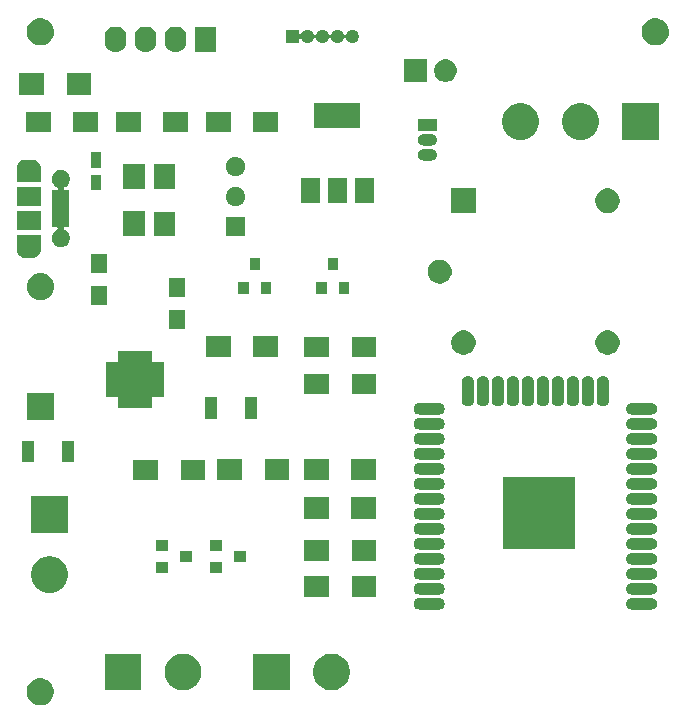
<source format=gbr>
G04 #@! TF.GenerationSoftware,KiCad,Pcbnew,(5.1.2)-1*
G04 #@! TF.CreationDate,2019-08-14T03:07:58+02:00*
G04 #@! TF.ProjectId,SmokESP8266,536d6f6b-4553-4503-9832-36362e6b6963,rev?*
G04 #@! TF.SameCoordinates,Original*
G04 #@! TF.FileFunction,Soldermask,Top*
G04 #@! TF.FilePolarity,Negative*
%FSLAX46Y46*%
G04 Gerber Fmt 4.6, Leading zero omitted, Abs format (unit mm)*
G04 Created by KiCad (PCBNEW (5.1.2)-1) date 2019-08-14 03:07:58*
%MOMM*%
%LPD*%
G04 APERTURE LIST*
%ADD10C,0.100000*%
G04 APERTURE END LIST*
D10*
G36*
X82774549Y-128411116D02*
G01*
X82885734Y-128433232D01*
X83095203Y-128519997D01*
X83283720Y-128645960D01*
X83444040Y-128806280D01*
X83570003Y-128994797D01*
X83656768Y-129204266D01*
X83701000Y-129426636D01*
X83701000Y-129653364D01*
X83656768Y-129875734D01*
X83570003Y-130085203D01*
X83444040Y-130273720D01*
X83283720Y-130434040D01*
X83095203Y-130560003D01*
X82885734Y-130646768D01*
X82774549Y-130668884D01*
X82663365Y-130691000D01*
X82436635Y-130691000D01*
X82325451Y-130668884D01*
X82214266Y-130646768D01*
X82004797Y-130560003D01*
X81816280Y-130434040D01*
X81655960Y-130273720D01*
X81529997Y-130085203D01*
X81443232Y-129875734D01*
X81399000Y-129653364D01*
X81399000Y-129426636D01*
X81443232Y-129204266D01*
X81529997Y-128994797D01*
X81655960Y-128806280D01*
X81816280Y-128645960D01*
X82004797Y-128519997D01*
X82214266Y-128433232D01*
X82325451Y-128411116D01*
X82436635Y-128389000D01*
X82663365Y-128389000D01*
X82774549Y-128411116D01*
X82774549Y-128411116D01*
G37*
G36*
X107490585Y-126367802D02*
G01*
X107640410Y-126397604D01*
X107922674Y-126514521D01*
X108176705Y-126684259D01*
X108392741Y-126900295D01*
X108562479Y-127154326D01*
X108679396Y-127436590D01*
X108739000Y-127736240D01*
X108739000Y-128041760D01*
X108679396Y-128341410D01*
X108562479Y-128623674D01*
X108392741Y-128877705D01*
X108176705Y-129093741D01*
X107922674Y-129263479D01*
X107640410Y-129380396D01*
X107490585Y-129410198D01*
X107340761Y-129440000D01*
X107035239Y-129440000D01*
X106885415Y-129410198D01*
X106735590Y-129380396D01*
X106453326Y-129263479D01*
X106199295Y-129093741D01*
X105983259Y-128877705D01*
X105813521Y-128623674D01*
X105696604Y-128341410D01*
X105637000Y-128041760D01*
X105637000Y-127736240D01*
X105696604Y-127436590D01*
X105813521Y-127154326D01*
X105983259Y-126900295D01*
X106199295Y-126684259D01*
X106453326Y-126514521D01*
X106735590Y-126397604D01*
X106885415Y-126367802D01*
X107035239Y-126338000D01*
X107340761Y-126338000D01*
X107490585Y-126367802D01*
X107490585Y-126367802D01*
G37*
G36*
X91086000Y-129440000D02*
G01*
X87984000Y-129440000D01*
X87984000Y-126338000D01*
X91086000Y-126338000D01*
X91086000Y-129440000D01*
X91086000Y-129440000D01*
G37*
G36*
X103659000Y-129440000D02*
G01*
X100557000Y-129440000D01*
X100557000Y-126338000D01*
X103659000Y-126338000D01*
X103659000Y-129440000D01*
X103659000Y-129440000D01*
G37*
G36*
X94917585Y-126367802D02*
G01*
X95067410Y-126397604D01*
X95349674Y-126514521D01*
X95603705Y-126684259D01*
X95819741Y-126900295D01*
X95989479Y-127154326D01*
X96106396Y-127436590D01*
X96166000Y-127736240D01*
X96166000Y-128041760D01*
X96106396Y-128341410D01*
X95989479Y-128623674D01*
X95819741Y-128877705D01*
X95603705Y-129093741D01*
X95349674Y-129263479D01*
X95067410Y-129380396D01*
X94917585Y-129410198D01*
X94767761Y-129440000D01*
X94462239Y-129440000D01*
X94312415Y-129410198D01*
X94162590Y-129380396D01*
X93880326Y-129263479D01*
X93626295Y-129093741D01*
X93410259Y-128877705D01*
X93240521Y-128623674D01*
X93123604Y-128341410D01*
X93064000Y-128041760D01*
X93064000Y-127736240D01*
X93123604Y-127436590D01*
X93240521Y-127154326D01*
X93410259Y-126900295D01*
X93626295Y-126684259D01*
X93880326Y-126514521D01*
X94162590Y-126397604D01*
X94312415Y-126367802D01*
X94462239Y-126338000D01*
X94767761Y-126338000D01*
X94917585Y-126367802D01*
X94917585Y-126367802D01*
G37*
G36*
X116358213Y-121596249D02*
G01*
X116452652Y-121624897D01*
X116539687Y-121671418D01*
X116615975Y-121734025D01*
X116678582Y-121810313D01*
X116725103Y-121897348D01*
X116753751Y-121991787D01*
X116763424Y-122090000D01*
X116753751Y-122188213D01*
X116725103Y-122282652D01*
X116678582Y-122369687D01*
X116615975Y-122445975D01*
X116539687Y-122508582D01*
X116452652Y-122555103D01*
X116358213Y-122583751D01*
X116284612Y-122591000D01*
X114635388Y-122591000D01*
X114561787Y-122583751D01*
X114467348Y-122555103D01*
X114380313Y-122508582D01*
X114304025Y-122445975D01*
X114241418Y-122369687D01*
X114194897Y-122282652D01*
X114166249Y-122188213D01*
X114156576Y-122090000D01*
X114166249Y-121991787D01*
X114194897Y-121897348D01*
X114241418Y-121810313D01*
X114304025Y-121734025D01*
X114380313Y-121671418D01*
X114467348Y-121624897D01*
X114561787Y-121596249D01*
X114635388Y-121589000D01*
X116284612Y-121589000D01*
X116358213Y-121596249D01*
X116358213Y-121596249D01*
G37*
G36*
X134358213Y-121596249D02*
G01*
X134452652Y-121624897D01*
X134539687Y-121671418D01*
X134615975Y-121734025D01*
X134678582Y-121810313D01*
X134725103Y-121897348D01*
X134753751Y-121991787D01*
X134763424Y-122090000D01*
X134753751Y-122188213D01*
X134725103Y-122282652D01*
X134678582Y-122369687D01*
X134615975Y-122445975D01*
X134539687Y-122508582D01*
X134452652Y-122555103D01*
X134358213Y-122583751D01*
X134284612Y-122591000D01*
X132635388Y-122591000D01*
X132561787Y-122583751D01*
X132467348Y-122555103D01*
X132380313Y-122508582D01*
X132304025Y-122445975D01*
X132241418Y-122369687D01*
X132194897Y-122282652D01*
X132166249Y-122188213D01*
X132156576Y-122090000D01*
X132166249Y-121991787D01*
X132194897Y-121897348D01*
X132241418Y-121810313D01*
X132304025Y-121734025D01*
X132380313Y-121671418D01*
X132467348Y-121624897D01*
X132561787Y-121596249D01*
X132635388Y-121589000D01*
X134284612Y-121589000D01*
X134358213Y-121596249D01*
X134358213Y-121596249D01*
G37*
G36*
X111001000Y-121551000D02*
G01*
X108899000Y-121551000D01*
X108899000Y-119749000D01*
X111001000Y-119749000D01*
X111001000Y-121551000D01*
X111001000Y-121551000D01*
G37*
G36*
X107001000Y-121551000D02*
G01*
X104899000Y-121551000D01*
X104899000Y-119749000D01*
X107001000Y-119749000D01*
X107001000Y-121551000D01*
X107001000Y-121551000D01*
G37*
G36*
X134358213Y-120326249D02*
G01*
X134452652Y-120354897D01*
X134539687Y-120401418D01*
X134615975Y-120464025D01*
X134678582Y-120540313D01*
X134725103Y-120627348D01*
X134753751Y-120721787D01*
X134763424Y-120820000D01*
X134753751Y-120918213D01*
X134725103Y-121012652D01*
X134678582Y-121099687D01*
X134615975Y-121175975D01*
X134539687Y-121238582D01*
X134452652Y-121285103D01*
X134358213Y-121313751D01*
X134284612Y-121321000D01*
X132635388Y-121321000D01*
X132561787Y-121313751D01*
X132467348Y-121285103D01*
X132380313Y-121238582D01*
X132304025Y-121175975D01*
X132241418Y-121099687D01*
X132194897Y-121012652D01*
X132166249Y-120918213D01*
X132156576Y-120820000D01*
X132166249Y-120721787D01*
X132194897Y-120627348D01*
X132241418Y-120540313D01*
X132304025Y-120464025D01*
X132380313Y-120401418D01*
X132467348Y-120354897D01*
X132561787Y-120326249D01*
X132635388Y-120319000D01*
X134284612Y-120319000D01*
X134358213Y-120326249D01*
X134358213Y-120326249D01*
G37*
G36*
X116358213Y-120326249D02*
G01*
X116452652Y-120354897D01*
X116539687Y-120401418D01*
X116615975Y-120464025D01*
X116678582Y-120540313D01*
X116725103Y-120627348D01*
X116753751Y-120721787D01*
X116763424Y-120820000D01*
X116753751Y-120918213D01*
X116725103Y-121012652D01*
X116678582Y-121099687D01*
X116615975Y-121175975D01*
X116539687Y-121238582D01*
X116452652Y-121285103D01*
X116358213Y-121313751D01*
X116284612Y-121321000D01*
X114635388Y-121321000D01*
X114561787Y-121313751D01*
X114467348Y-121285103D01*
X114380313Y-121238582D01*
X114304025Y-121175975D01*
X114241418Y-121099687D01*
X114194897Y-121012652D01*
X114166249Y-120918213D01*
X114156576Y-120820000D01*
X114166249Y-120721787D01*
X114194897Y-120627348D01*
X114241418Y-120540313D01*
X114304025Y-120464025D01*
X114380313Y-120401418D01*
X114467348Y-120354897D01*
X114561787Y-120326249D01*
X114635388Y-120319000D01*
X116284612Y-120319000D01*
X116358213Y-120326249D01*
X116358213Y-120326249D01*
G37*
G36*
X83614585Y-118112802D02*
G01*
X83764410Y-118142604D01*
X84046674Y-118259521D01*
X84300705Y-118429259D01*
X84516741Y-118645295D01*
X84686479Y-118899326D01*
X84803396Y-119181590D01*
X84821043Y-119270310D01*
X84857142Y-119451787D01*
X84863000Y-119481240D01*
X84863000Y-119786760D01*
X84803396Y-120086410D01*
X84686479Y-120368674D01*
X84516741Y-120622705D01*
X84300705Y-120838741D01*
X84046674Y-121008479D01*
X83764410Y-121125396D01*
X83614585Y-121155198D01*
X83464761Y-121185000D01*
X83159239Y-121185000D01*
X83009415Y-121155198D01*
X82859590Y-121125396D01*
X82577326Y-121008479D01*
X82323295Y-120838741D01*
X82107259Y-120622705D01*
X81937521Y-120368674D01*
X81820604Y-120086410D01*
X81761000Y-119786760D01*
X81761000Y-119481240D01*
X81766859Y-119451787D01*
X81802957Y-119270310D01*
X81820604Y-119181590D01*
X81937521Y-118899326D01*
X82107259Y-118645295D01*
X82323295Y-118429259D01*
X82577326Y-118259521D01*
X82859590Y-118142604D01*
X83009415Y-118112802D01*
X83159239Y-118083000D01*
X83464761Y-118083000D01*
X83614585Y-118112802D01*
X83614585Y-118112802D01*
G37*
G36*
X116358213Y-119056249D02*
G01*
X116452652Y-119084897D01*
X116539687Y-119131418D01*
X116615975Y-119194025D01*
X116678582Y-119270313D01*
X116725103Y-119357348D01*
X116753751Y-119451787D01*
X116763424Y-119550000D01*
X116753751Y-119648213D01*
X116725103Y-119742652D01*
X116678582Y-119829687D01*
X116615975Y-119905975D01*
X116539687Y-119968582D01*
X116452652Y-120015103D01*
X116358213Y-120043751D01*
X116284612Y-120051000D01*
X114635388Y-120051000D01*
X114561787Y-120043751D01*
X114467348Y-120015103D01*
X114380313Y-119968582D01*
X114304025Y-119905975D01*
X114241418Y-119829687D01*
X114194897Y-119742652D01*
X114166249Y-119648213D01*
X114156576Y-119550000D01*
X114166249Y-119451787D01*
X114194897Y-119357348D01*
X114241418Y-119270313D01*
X114304025Y-119194025D01*
X114380313Y-119131418D01*
X114467348Y-119084897D01*
X114561787Y-119056249D01*
X114635388Y-119049000D01*
X116284612Y-119049000D01*
X116358213Y-119056249D01*
X116358213Y-119056249D01*
G37*
G36*
X134358213Y-119056249D02*
G01*
X134452652Y-119084897D01*
X134539687Y-119131418D01*
X134615975Y-119194025D01*
X134678582Y-119270313D01*
X134725103Y-119357348D01*
X134753751Y-119451787D01*
X134763424Y-119550000D01*
X134753751Y-119648213D01*
X134725103Y-119742652D01*
X134678582Y-119829687D01*
X134615975Y-119905975D01*
X134539687Y-119968582D01*
X134452652Y-120015103D01*
X134358213Y-120043751D01*
X134284612Y-120051000D01*
X132635388Y-120051000D01*
X132561787Y-120043751D01*
X132467348Y-120015103D01*
X132380313Y-119968582D01*
X132304025Y-119905975D01*
X132241418Y-119829687D01*
X132194897Y-119742652D01*
X132166249Y-119648213D01*
X132156576Y-119550000D01*
X132166249Y-119451787D01*
X132194897Y-119357348D01*
X132241418Y-119270313D01*
X132304025Y-119194025D01*
X132380313Y-119131418D01*
X132467348Y-119084897D01*
X132561787Y-119056249D01*
X132635388Y-119049000D01*
X134284612Y-119049000D01*
X134358213Y-119056249D01*
X134358213Y-119056249D01*
G37*
G36*
X97926000Y-119511000D02*
G01*
X96924000Y-119511000D01*
X96924000Y-118609000D01*
X97926000Y-118609000D01*
X97926000Y-119511000D01*
X97926000Y-119511000D01*
G37*
G36*
X93354000Y-119511000D02*
G01*
X92352000Y-119511000D01*
X92352000Y-118609000D01*
X93354000Y-118609000D01*
X93354000Y-119511000D01*
X93354000Y-119511000D01*
G37*
G36*
X134358213Y-117786249D02*
G01*
X134452652Y-117814897D01*
X134539687Y-117861418D01*
X134615975Y-117924025D01*
X134678582Y-118000313D01*
X134725103Y-118087348D01*
X134753751Y-118181787D01*
X134763424Y-118280000D01*
X134753751Y-118378213D01*
X134725103Y-118472652D01*
X134678582Y-118559687D01*
X134615975Y-118635975D01*
X134539687Y-118698582D01*
X134452652Y-118745103D01*
X134358213Y-118773751D01*
X134284612Y-118781000D01*
X132635388Y-118781000D01*
X132561787Y-118773751D01*
X132467348Y-118745103D01*
X132380313Y-118698582D01*
X132304025Y-118635975D01*
X132241418Y-118559687D01*
X132194897Y-118472652D01*
X132166249Y-118378213D01*
X132156576Y-118280000D01*
X132166249Y-118181787D01*
X132194897Y-118087348D01*
X132241418Y-118000313D01*
X132304025Y-117924025D01*
X132380313Y-117861418D01*
X132467348Y-117814897D01*
X132561787Y-117786249D01*
X132635388Y-117779000D01*
X134284612Y-117779000D01*
X134358213Y-117786249D01*
X134358213Y-117786249D01*
G37*
G36*
X116358213Y-117786249D02*
G01*
X116452652Y-117814897D01*
X116539687Y-117861418D01*
X116615975Y-117924025D01*
X116678582Y-118000313D01*
X116725103Y-118087348D01*
X116753751Y-118181787D01*
X116763424Y-118280000D01*
X116753751Y-118378213D01*
X116725103Y-118472652D01*
X116678582Y-118559687D01*
X116615975Y-118635975D01*
X116539687Y-118698582D01*
X116452652Y-118745103D01*
X116358213Y-118773751D01*
X116284612Y-118781000D01*
X114635388Y-118781000D01*
X114561787Y-118773751D01*
X114467348Y-118745103D01*
X114380313Y-118698582D01*
X114304025Y-118635975D01*
X114241418Y-118559687D01*
X114194897Y-118472652D01*
X114166249Y-118378213D01*
X114156576Y-118280000D01*
X114166249Y-118181787D01*
X114194897Y-118087348D01*
X114241418Y-118000313D01*
X114304025Y-117924025D01*
X114380313Y-117861418D01*
X114467348Y-117814897D01*
X114561787Y-117786249D01*
X114635388Y-117779000D01*
X116284612Y-117779000D01*
X116358213Y-117786249D01*
X116358213Y-117786249D01*
G37*
G36*
X95354000Y-118561000D02*
G01*
X94352000Y-118561000D01*
X94352000Y-117659000D01*
X95354000Y-117659000D01*
X95354000Y-118561000D01*
X95354000Y-118561000D01*
G37*
G36*
X99926000Y-118561000D02*
G01*
X98924000Y-118561000D01*
X98924000Y-117659000D01*
X99926000Y-117659000D01*
X99926000Y-118561000D01*
X99926000Y-118561000D01*
G37*
G36*
X107001000Y-118503000D02*
G01*
X104899000Y-118503000D01*
X104899000Y-116701000D01*
X107001000Y-116701000D01*
X107001000Y-118503000D01*
X107001000Y-118503000D01*
G37*
G36*
X111001000Y-118503000D02*
G01*
X108899000Y-118503000D01*
X108899000Y-116701000D01*
X111001000Y-116701000D01*
X111001000Y-118503000D01*
X111001000Y-118503000D01*
G37*
G36*
X93354000Y-117611000D02*
G01*
X92352000Y-117611000D01*
X92352000Y-116709000D01*
X93354000Y-116709000D01*
X93354000Y-117611000D01*
X93354000Y-117611000D01*
G37*
G36*
X97926000Y-117611000D02*
G01*
X96924000Y-117611000D01*
X96924000Y-116709000D01*
X97926000Y-116709000D01*
X97926000Y-117611000D01*
X97926000Y-117611000D01*
G37*
G36*
X116358213Y-116516249D02*
G01*
X116452652Y-116544897D01*
X116539687Y-116591418D01*
X116615975Y-116654025D01*
X116678582Y-116730313D01*
X116725103Y-116817348D01*
X116753751Y-116911787D01*
X116763424Y-117010000D01*
X116753751Y-117108213D01*
X116725103Y-117202652D01*
X116678582Y-117289687D01*
X116615975Y-117365975D01*
X116539687Y-117428582D01*
X116452652Y-117475103D01*
X116358213Y-117503751D01*
X116284612Y-117511000D01*
X114635388Y-117511000D01*
X114561787Y-117503751D01*
X114467348Y-117475103D01*
X114380313Y-117428582D01*
X114304025Y-117365975D01*
X114241418Y-117289687D01*
X114194897Y-117202652D01*
X114166249Y-117108213D01*
X114156576Y-117010000D01*
X114166249Y-116911787D01*
X114194897Y-116817348D01*
X114241418Y-116730313D01*
X114304025Y-116654025D01*
X114380313Y-116591418D01*
X114467348Y-116544897D01*
X114561787Y-116516249D01*
X114635388Y-116509000D01*
X116284612Y-116509000D01*
X116358213Y-116516249D01*
X116358213Y-116516249D01*
G37*
G36*
X134358213Y-116516249D02*
G01*
X134452652Y-116544897D01*
X134539687Y-116591418D01*
X134615975Y-116654025D01*
X134678582Y-116730313D01*
X134725103Y-116817348D01*
X134753751Y-116911787D01*
X134763424Y-117010000D01*
X134753751Y-117108213D01*
X134725103Y-117202652D01*
X134678582Y-117289687D01*
X134615975Y-117365975D01*
X134539687Y-117428582D01*
X134452652Y-117475103D01*
X134358213Y-117503751D01*
X134284612Y-117511000D01*
X132635388Y-117511000D01*
X132561787Y-117503751D01*
X132467348Y-117475103D01*
X132380313Y-117428582D01*
X132304025Y-117365975D01*
X132241418Y-117289687D01*
X132194897Y-117202652D01*
X132166249Y-117108213D01*
X132156576Y-117010000D01*
X132166249Y-116911787D01*
X132194897Y-116817348D01*
X132241418Y-116730313D01*
X132304025Y-116654025D01*
X132380313Y-116591418D01*
X132467348Y-116544897D01*
X132561787Y-116516249D01*
X132635388Y-116509000D01*
X134284612Y-116509000D01*
X134358213Y-116516249D01*
X134358213Y-116516249D01*
G37*
G36*
X127811000Y-117441000D02*
G01*
X121709000Y-117441000D01*
X121709000Y-111339000D01*
X127811000Y-111339000D01*
X127811000Y-117441000D01*
X127811000Y-117441000D01*
G37*
G36*
X116358213Y-115246249D02*
G01*
X116452652Y-115274897D01*
X116539687Y-115321418D01*
X116615975Y-115384025D01*
X116678582Y-115460313D01*
X116725103Y-115547348D01*
X116753751Y-115641787D01*
X116763424Y-115740000D01*
X116753751Y-115838213D01*
X116725103Y-115932652D01*
X116678582Y-116019687D01*
X116615975Y-116095975D01*
X116539687Y-116158582D01*
X116452652Y-116205103D01*
X116358213Y-116233751D01*
X116284612Y-116241000D01*
X114635388Y-116241000D01*
X114561787Y-116233751D01*
X114467348Y-116205103D01*
X114380313Y-116158582D01*
X114304025Y-116095975D01*
X114241418Y-116019687D01*
X114194897Y-115932652D01*
X114166249Y-115838213D01*
X114156576Y-115740000D01*
X114166249Y-115641787D01*
X114194897Y-115547348D01*
X114241418Y-115460313D01*
X114304025Y-115384025D01*
X114380313Y-115321418D01*
X114467348Y-115274897D01*
X114561787Y-115246249D01*
X114635388Y-115239000D01*
X116284612Y-115239000D01*
X116358213Y-115246249D01*
X116358213Y-115246249D01*
G37*
G36*
X134358213Y-115246249D02*
G01*
X134452652Y-115274897D01*
X134539687Y-115321418D01*
X134615975Y-115384025D01*
X134678582Y-115460313D01*
X134725103Y-115547348D01*
X134753751Y-115641787D01*
X134763424Y-115740000D01*
X134753751Y-115838213D01*
X134725103Y-115932652D01*
X134678582Y-116019687D01*
X134615975Y-116095975D01*
X134539687Y-116158582D01*
X134452652Y-116205103D01*
X134358213Y-116233751D01*
X134284612Y-116241000D01*
X132635388Y-116241000D01*
X132561787Y-116233751D01*
X132467348Y-116205103D01*
X132380313Y-116158582D01*
X132304025Y-116095975D01*
X132241418Y-116019687D01*
X132194897Y-115932652D01*
X132166249Y-115838213D01*
X132156576Y-115740000D01*
X132166249Y-115641787D01*
X132194897Y-115547348D01*
X132241418Y-115460313D01*
X132304025Y-115384025D01*
X132380313Y-115321418D01*
X132467348Y-115274897D01*
X132561787Y-115246249D01*
X132635388Y-115239000D01*
X134284612Y-115239000D01*
X134358213Y-115246249D01*
X134358213Y-115246249D01*
G37*
G36*
X84863000Y-116105000D02*
G01*
X81761000Y-116105000D01*
X81761000Y-113003000D01*
X84863000Y-113003000D01*
X84863000Y-116105000D01*
X84863000Y-116105000D01*
G37*
G36*
X116358213Y-113976249D02*
G01*
X116452652Y-114004897D01*
X116539687Y-114051418D01*
X116615975Y-114114025D01*
X116678582Y-114190313D01*
X116725103Y-114277348D01*
X116753751Y-114371787D01*
X116763424Y-114470000D01*
X116753751Y-114568213D01*
X116725103Y-114662652D01*
X116678582Y-114749687D01*
X116615975Y-114825975D01*
X116539687Y-114888582D01*
X116452652Y-114935103D01*
X116358213Y-114963751D01*
X116284612Y-114971000D01*
X114635388Y-114971000D01*
X114561787Y-114963751D01*
X114467348Y-114935103D01*
X114380313Y-114888582D01*
X114304025Y-114825975D01*
X114241418Y-114749687D01*
X114194897Y-114662652D01*
X114166249Y-114568213D01*
X114156576Y-114470000D01*
X114166249Y-114371787D01*
X114194897Y-114277348D01*
X114241418Y-114190313D01*
X114304025Y-114114025D01*
X114380313Y-114051418D01*
X114467348Y-114004897D01*
X114561787Y-113976249D01*
X114635388Y-113969000D01*
X116284612Y-113969000D01*
X116358213Y-113976249D01*
X116358213Y-113976249D01*
G37*
G36*
X134358213Y-113976249D02*
G01*
X134452652Y-114004897D01*
X134539687Y-114051418D01*
X134615975Y-114114025D01*
X134678582Y-114190313D01*
X134725103Y-114277348D01*
X134753751Y-114371787D01*
X134763424Y-114470000D01*
X134753751Y-114568213D01*
X134725103Y-114662652D01*
X134678582Y-114749687D01*
X134615975Y-114825975D01*
X134539687Y-114888582D01*
X134452652Y-114935103D01*
X134358213Y-114963751D01*
X134284612Y-114971000D01*
X132635388Y-114971000D01*
X132561787Y-114963751D01*
X132467348Y-114935103D01*
X132380313Y-114888582D01*
X132304025Y-114825975D01*
X132241418Y-114749687D01*
X132194897Y-114662652D01*
X132166249Y-114568213D01*
X132156576Y-114470000D01*
X132166249Y-114371787D01*
X132194897Y-114277348D01*
X132241418Y-114190313D01*
X132304025Y-114114025D01*
X132380313Y-114051418D01*
X132467348Y-114004897D01*
X132561787Y-113976249D01*
X132635388Y-113969000D01*
X134284612Y-113969000D01*
X134358213Y-113976249D01*
X134358213Y-113976249D01*
G37*
G36*
X106967000Y-114897000D02*
G01*
X104865000Y-114897000D01*
X104865000Y-113095000D01*
X106967000Y-113095000D01*
X106967000Y-114897000D01*
X106967000Y-114897000D01*
G37*
G36*
X110967000Y-114897000D02*
G01*
X108865000Y-114897000D01*
X108865000Y-113095000D01*
X110967000Y-113095000D01*
X110967000Y-114897000D01*
X110967000Y-114897000D01*
G37*
G36*
X134358213Y-112706249D02*
G01*
X134452652Y-112734897D01*
X134539687Y-112781418D01*
X134615975Y-112844025D01*
X134678582Y-112920313D01*
X134725103Y-113007348D01*
X134753751Y-113101787D01*
X134763424Y-113200000D01*
X134753751Y-113298213D01*
X134725103Y-113392652D01*
X134678582Y-113479687D01*
X134615975Y-113555975D01*
X134539687Y-113618582D01*
X134452652Y-113665103D01*
X134358213Y-113693751D01*
X134284612Y-113701000D01*
X132635388Y-113701000D01*
X132561787Y-113693751D01*
X132467348Y-113665103D01*
X132380313Y-113618582D01*
X132304025Y-113555975D01*
X132241418Y-113479687D01*
X132194897Y-113392652D01*
X132166249Y-113298213D01*
X132156576Y-113200000D01*
X132166249Y-113101787D01*
X132194897Y-113007348D01*
X132241418Y-112920313D01*
X132304025Y-112844025D01*
X132380313Y-112781418D01*
X132467348Y-112734897D01*
X132561787Y-112706249D01*
X132635388Y-112699000D01*
X134284612Y-112699000D01*
X134358213Y-112706249D01*
X134358213Y-112706249D01*
G37*
G36*
X116358213Y-112706249D02*
G01*
X116452652Y-112734897D01*
X116539687Y-112781418D01*
X116615975Y-112844025D01*
X116678582Y-112920313D01*
X116725103Y-113007348D01*
X116753751Y-113101787D01*
X116763424Y-113200000D01*
X116753751Y-113298213D01*
X116725103Y-113392652D01*
X116678582Y-113479687D01*
X116615975Y-113555975D01*
X116539687Y-113618582D01*
X116452652Y-113665103D01*
X116358213Y-113693751D01*
X116284612Y-113701000D01*
X114635388Y-113701000D01*
X114561787Y-113693751D01*
X114467348Y-113665103D01*
X114380313Y-113618582D01*
X114304025Y-113555975D01*
X114241418Y-113479687D01*
X114194897Y-113392652D01*
X114166249Y-113298213D01*
X114156576Y-113200000D01*
X114166249Y-113101787D01*
X114194897Y-113007348D01*
X114241418Y-112920313D01*
X114304025Y-112844025D01*
X114380313Y-112781418D01*
X114467348Y-112734897D01*
X114561787Y-112706249D01*
X114635388Y-112699000D01*
X116284612Y-112699000D01*
X116358213Y-112706249D01*
X116358213Y-112706249D01*
G37*
G36*
X134358213Y-111436249D02*
G01*
X134452652Y-111464897D01*
X134539687Y-111511418D01*
X134615975Y-111574025D01*
X134678582Y-111650313D01*
X134725103Y-111737348D01*
X134753751Y-111831787D01*
X134763424Y-111930000D01*
X134753751Y-112028213D01*
X134725103Y-112122652D01*
X134678582Y-112209687D01*
X134615975Y-112285975D01*
X134539687Y-112348582D01*
X134452652Y-112395103D01*
X134358213Y-112423751D01*
X134284612Y-112431000D01*
X132635388Y-112431000D01*
X132561787Y-112423751D01*
X132467348Y-112395103D01*
X132380313Y-112348582D01*
X132304025Y-112285975D01*
X132241418Y-112209687D01*
X132194897Y-112122652D01*
X132166249Y-112028213D01*
X132156576Y-111930000D01*
X132166249Y-111831787D01*
X132194897Y-111737348D01*
X132241418Y-111650313D01*
X132304025Y-111574025D01*
X132380313Y-111511418D01*
X132467348Y-111464897D01*
X132561787Y-111436249D01*
X132635388Y-111429000D01*
X134284612Y-111429000D01*
X134358213Y-111436249D01*
X134358213Y-111436249D01*
G37*
G36*
X116358213Y-111436249D02*
G01*
X116452652Y-111464897D01*
X116539687Y-111511418D01*
X116615975Y-111574025D01*
X116678582Y-111650313D01*
X116725103Y-111737348D01*
X116753751Y-111831787D01*
X116763424Y-111930000D01*
X116753751Y-112028213D01*
X116725103Y-112122652D01*
X116678582Y-112209687D01*
X116615975Y-112285975D01*
X116539687Y-112348582D01*
X116452652Y-112395103D01*
X116358213Y-112423751D01*
X116284612Y-112431000D01*
X114635388Y-112431000D01*
X114561787Y-112423751D01*
X114467348Y-112395103D01*
X114380313Y-112348582D01*
X114304025Y-112285975D01*
X114241418Y-112209687D01*
X114194897Y-112122652D01*
X114166249Y-112028213D01*
X114156576Y-111930000D01*
X114166249Y-111831787D01*
X114194897Y-111737348D01*
X114241418Y-111650313D01*
X114304025Y-111574025D01*
X114380313Y-111511418D01*
X114467348Y-111464897D01*
X114561787Y-111436249D01*
X114635388Y-111429000D01*
X116284612Y-111429000D01*
X116358213Y-111436249D01*
X116358213Y-111436249D01*
G37*
G36*
X103635000Y-111645000D02*
G01*
X101533000Y-111645000D01*
X101533000Y-109843000D01*
X103635000Y-109843000D01*
X103635000Y-111645000D01*
X103635000Y-111645000D01*
G37*
G36*
X99635000Y-111645000D02*
G01*
X97533000Y-111645000D01*
X97533000Y-109843000D01*
X99635000Y-109843000D01*
X99635000Y-111645000D01*
X99635000Y-111645000D01*
G37*
G36*
X110967000Y-111637000D02*
G01*
X108865000Y-111637000D01*
X108865000Y-109835000D01*
X110967000Y-109835000D01*
X110967000Y-111637000D01*
X110967000Y-111637000D01*
G37*
G36*
X106967000Y-111637000D02*
G01*
X104865000Y-111637000D01*
X104865000Y-109835000D01*
X106967000Y-109835000D01*
X106967000Y-111637000D01*
X106967000Y-111637000D01*
G37*
G36*
X92523000Y-111595000D02*
G01*
X90421000Y-111595000D01*
X90421000Y-109893000D01*
X92523000Y-109893000D01*
X92523000Y-111595000D01*
X92523000Y-111595000D01*
G37*
G36*
X96523000Y-111595000D02*
G01*
X94421000Y-111595000D01*
X94421000Y-109893000D01*
X96523000Y-109893000D01*
X96523000Y-111595000D01*
X96523000Y-111595000D01*
G37*
G36*
X134358213Y-110166249D02*
G01*
X134452652Y-110194897D01*
X134539687Y-110241418D01*
X134615975Y-110304025D01*
X134678582Y-110380313D01*
X134725103Y-110467348D01*
X134753751Y-110561787D01*
X134763424Y-110660000D01*
X134753751Y-110758213D01*
X134725103Y-110852652D01*
X134678582Y-110939687D01*
X134615975Y-111015975D01*
X134539687Y-111078582D01*
X134452652Y-111125103D01*
X134358213Y-111153751D01*
X134284612Y-111161000D01*
X132635388Y-111161000D01*
X132561787Y-111153751D01*
X132467348Y-111125103D01*
X132380313Y-111078582D01*
X132304025Y-111015975D01*
X132241418Y-110939687D01*
X132194897Y-110852652D01*
X132166249Y-110758213D01*
X132156576Y-110660000D01*
X132166249Y-110561787D01*
X132194897Y-110467348D01*
X132241418Y-110380313D01*
X132304025Y-110304025D01*
X132380313Y-110241418D01*
X132467348Y-110194897D01*
X132561787Y-110166249D01*
X132635388Y-110159000D01*
X134284612Y-110159000D01*
X134358213Y-110166249D01*
X134358213Y-110166249D01*
G37*
G36*
X116358213Y-110166249D02*
G01*
X116452652Y-110194897D01*
X116539687Y-110241418D01*
X116615975Y-110304025D01*
X116678582Y-110380313D01*
X116725103Y-110467348D01*
X116753751Y-110561787D01*
X116763424Y-110660000D01*
X116753751Y-110758213D01*
X116725103Y-110852652D01*
X116678582Y-110939687D01*
X116615975Y-111015975D01*
X116539687Y-111078582D01*
X116452652Y-111125103D01*
X116358213Y-111153751D01*
X116284612Y-111161000D01*
X114635388Y-111161000D01*
X114561787Y-111153751D01*
X114467348Y-111125103D01*
X114380313Y-111078582D01*
X114304025Y-111015975D01*
X114241418Y-110939687D01*
X114194897Y-110852652D01*
X114166249Y-110758213D01*
X114156576Y-110660000D01*
X114166249Y-110561787D01*
X114194897Y-110467348D01*
X114241418Y-110380313D01*
X114304025Y-110304025D01*
X114380313Y-110241418D01*
X114467348Y-110194897D01*
X114561787Y-110166249D01*
X114635388Y-110159000D01*
X116284612Y-110159000D01*
X116358213Y-110166249D01*
X116358213Y-110166249D01*
G37*
G36*
X85386000Y-110121000D02*
G01*
X84384000Y-110121000D01*
X84384000Y-108319000D01*
X85386000Y-108319000D01*
X85386000Y-110121000D01*
X85386000Y-110121000D01*
G37*
G36*
X81986000Y-110121000D02*
G01*
X80984000Y-110121000D01*
X80984000Y-108319000D01*
X81986000Y-108319000D01*
X81986000Y-110121000D01*
X81986000Y-110121000D01*
G37*
G36*
X134358213Y-108896249D02*
G01*
X134452652Y-108924897D01*
X134539687Y-108971418D01*
X134615975Y-109034025D01*
X134678582Y-109110313D01*
X134725103Y-109197348D01*
X134753751Y-109291787D01*
X134763424Y-109390000D01*
X134753751Y-109488213D01*
X134725103Y-109582652D01*
X134678582Y-109669687D01*
X134615975Y-109745975D01*
X134539687Y-109808582D01*
X134452652Y-109855103D01*
X134358213Y-109883751D01*
X134284612Y-109891000D01*
X132635388Y-109891000D01*
X132561787Y-109883751D01*
X132467348Y-109855103D01*
X132380313Y-109808582D01*
X132304025Y-109745975D01*
X132241418Y-109669687D01*
X132194897Y-109582652D01*
X132166249Y-109488213D01*
X132156576Y-109390000D01*
X132166249Y-109291787D01*
X132194897Y-109197348D01*
X132241418Y-109110313D01*
X132304025Y-109034025D01*
X132380313Y-108971418D01*
X132467348Y-108924897D01*
X132561787Y-108896249D01*
X132635388Y-108889000D01*
X134284612Y-108889000D01*
X134358213Y-108896249D01*
X134358213Y-108896249D01*
G37*
G36*
X116358213Y-108896249D02*
G01*
X116452652Y-108924897D01*
X116539687Y-108971418D01*
X116615975Y-109034025D01*
X116678582Y-109110313D01*
X116725103Y-109197348D01*
X116753751Y-109291787D01*
X116763424Y-109390000D01*
X116753751Y-109488213D01*
X116725103Y-109582652D01*
X116678582Y-109669687D01*
X116615975Y-109745975D01*
X116539687Y-109808582D01*
X116452652Y-109855103D01*
X116358213Y-109883751D01*
X116284612Y-109891000D01*
X114635388Y-109891000D01*
X114561787Y-109883751D01*
X114467348Y-109855103D01*
X114380313Y-109808582D01*
X114304025Y-109745975D01*
X114241418Y-109669687D01*
X114194897Y-109582652D01*
X114166249Y-109488213D01*
X114156576Y-109390000D01*
X114166249Y-109291787D01*
X114194897Y-109197348D01*
X114241418Y-109110313D01*
X114304025Y-109034025D01*
X114380313Y-108971418D01*
X114467348Y-108924897D01*
X114561787Y-108896249D01*
X114635388Y-108889000D01*
X116284612Y-108889000D01*
X116358213Y-108896249D01*
X116358213Y-108896249D01*
G37*
G36*
X134358213Y-107626249D02*
G01*
X134452652Y-107654897D01*
X134539687Y-107701418D01*
X134615975Y-107764025D01*
X134678582Y-107840313D01*
X134725103Y-107927348D01*
X134753751Y-108021787D01*
X134763424Y-108120000D01*
X134753751Y-108218213D01*
X134725103Y-108312652D01*
X134678582Y-108399687D01*
X134615975Y-108475975D01*
X134539687Y-108538582D01*
X134452652Y-108585103D01*
X134358213Y-108613751D01*
X134284612Y-108621000D01*
X132635388Y-108621000D01*
X132561787Y-108613751D01*
X132467348Y-108585103D01*
X132380313Y-108538582D01*
X132304025Y-108475975D01*
X132241418Y-108399687D01*
X132194897Y-108312652D01*
X132166249Y-108218213D01*
X132156576Y-108120000D01*
X132166249Y-108021787D01*
X132194897Y-107927348D01*
X132241418Y-107840313D01*
X132304025Y-107764025D01*
X132380313Y-107701418D01*
X132467348Y-107654897D01*
X132561787Y-107626249D01*
X132635388Y-107619000D01*
X134284612Y-107619000D01*
X134358213Y-107626249D01*
X134358213Y-107626249D01*
G37*
G36*
X116358213Y-107626249D02*
G01*
X116452652Y-107654897D01*
X116539687Y-107701418D01*
X116615975Y-107764025D01*
X116678582Y-107840313D01*
X116725103Y-107927348D01*
X116753751Y-108021787D01*
X116763424Y-108120000D01*
X116753751Y-108218213D01*
X116725103Y-108312652D01*
X116678582Y-108399687D01*
X116615975Y-108475975D01*
X116539687Y-108538582D01*
X116452652Y-108585103D01*
X116358213Y-108613751D01*
X116284612Y-108621000D01*
X114635388Y-108621000D01*
X114561787Y-108613751D01*
X114467348Y-108585103D01*
X114380313Y-108538582D01*
X114304025Y-108475975D01*
X114241418Y-108399687D01*
X114194897Y-108312652D01*
X114166249Y-108218213D01*
X114156576Y-108120000D01*
X114166249Y-108021787D01*
X114194897Y-107927348D01*
X114241418Y-107840313D01*
X114304025Y-107764025D01*
X114380313Y-107701418D01*
X114467348Y-107654897D01*
X114561787Y-107626249D01*
X114635388Y-107619000D01*
X116284612Y-107619000D01*
X116358213Y-107626249D01*
X116358213Y-107626249D01*
G37*
G36*
X116358213Y-106356249D02*
G01*
X116452652Y-106384897D01*
X116539687Y-106431418D01*
X116615975Y-106494025D01*
X116678582Y-106570313D01*
X116725103Y-106657348D01*
X116753751Y-106751787D01*
X116763424Y-106850000D01*
X116753751Y-106948213D01*
X116725103Y-107042652D01*
X116678582Y-107129687D01*
X116615975Y-107205975D01*
X116539687Y-107268582D01*
X116452652Y-107315103D01*
X116358213Y-107343751D01*
X116284612Y-107351000D01*
X114635388Y-107351000D01*
X114561787Y-107343751D01*
X114467348Y-107315103D01*
X114380313Y-107268582D01*
X114304025Y-107205975D01*
X114241418Y-107129687D01*
X114194897Y-107042652D01*
X114166249Y-106948213D01*
X114156576Y-106850000D01*
X114166249Y-106751787D01*
X114194897Y-106657348D01*
X114241418Y-106570313D01*
X114304025Y-106494025D01*
X114380313Y-106431418D01*
X114467348Y-106384897D01*
X114561787Y-106356249D01*
X114635388Y-106349000D01*
X116284612Y-106349000D01*
X116358213Y-106356249D01*
X116358213Y-106356249D01*
G37*
G36*
X134358213Y-106356249D02*
G01*
X134452652Y-106384897D01*
X134539687Y-106431418D01*
X134615975Y-106494025D01*
X134678582Y-106570313D01*
X134725103Y-106657348D01*
X134753751Y-106751787D01*
X134763424Y-106850000D01*
X134753751Y-106948213D01*
X134725103Y-107042652D01*
X134678582Y-107129687D01*
X134615975Y-107205975D01*
X134539687Y-107268582D01*
X134452652Y-107315103D01*
X134358213Y-107343751D01*
X134284612Y-107351000D01*
X132635388Y-107351000D01*
X132561787Y-107343751D01*
X132467348Y-107315103D01*
X132380313Y-107268582D01*
X132304025Y-107205975D01*
X132241418Y-107129687D01*
X132194897Y-107042652D01*
X132166249Y-106948213D01*
X132156576Y-106850000D01*
X132166249Y-106751787D01*
X132194897Y-106657348D01*
X132241418Y-106570313D01*
X132304025Y-106494025D01*
X132380313Y-106431418D01*
X132467348Y-106384897D01*
X132561787Y-106356249D01*
X132635388Y-106349000D01*
X134284612Y-106349000D01*
X134358213Y-106356249D01*
X134358213Y-106356249D01*
G37*
G36*
X83701000Y-106561000D02*
G01*
X81399000Y-106561000D01*
X81399000Y-104259000D01*
X83701000Y-104259000D01*
X83701000Y-106561000D01*
X83701000Y-106561000D01*
G37*
G36*
X100880000Y-106438000D02*
G01*
X99878000Y-106438000D01*
X99878000Y-104636000D01*
X100880000Y-104636000D01*
X100880000Y-106438000D01*
X100880000Y-106438000D01*
G37*
G36*
X97480000Y-106438000D02*
G01*
X96478000Y-106438000D01*
X96478000Y-104636000D01*
X97480000Y-104636000D01*
X97480000Y-106438000D01*
X97480000Y-106438000D01*
G37*
G36*
X116358213Y-105086249D02*
G01*
X116452652Y-105114897D01*
X116539687Y-105161418D01*
X116615975Y-105224025D01*
X116678582Y-105300313D01*
X116725103Y-105387348D01*
X116753751Y-105481787D01*
X116763424Y-105580000D01*
X116753751Y-105678213D01*
X116725103Y-105772652D01*
X116678582Y-105859687D01*
X116615975Y-105935975D01*
X116539687Y-105998582D01*
X116452652Y-106045103D01*
X116358213Y-106073751D01*
X116284612Y-106081000D01*
X114635388Y-106081000D01*
X114561787Y-106073751D01*
X114467348Y-106045103D01*
X114380313Y-105998582D01*
X114304025Y-105935975D01*
X114241418Y-105859687D01*
X114194897Y-105772652D01*
X114166249Y-105678213D01*
X114156576Y-105580000D01*
X114166249Y-105481787D01*
X114194897Y-105387348D01*
X114241418Y-105300313D01*
X114304025Y-105224025D01*
X114380313Y-105161418D01*
X114467348Y-105114897D01*
X114561787Y-105086249D01*
X114635388Y-105079000D01*
X116284612Y-105079000D01*
X116358213Y-105086249D01*
X116358213Y-105086249D01*
G37*
G36*
X134358213Y-105086249D02*
G01*
X134452652Y-105114897D01*
X134539687Y-105161418D01*
X134615975Y-105224025D01*
X134678582Y-105300313D01*
X134725103Y-105387348D01*
X134753751Y-105481787D01*
X134763424Y-105580000D01*
X134753751Y-105678213D01*
X134725103Y-105772652D01*
X134678582Y-105859687D01*
X134615975Y-105935975D01*
X134539687Y-105998582D01*
X134452652Y-106045103D01*
X134358213Y-106073751D01*
X134284612Y-106081000D01*
X132635388Y-106081000D01*
X132561787Y-106073751D01*
X132467348Y-106045103D01*
X132380313Y-105998582D01*
X132304025Y-105935975D01*
X132241418Y-105859687D01*
X132194897Y-105772652D01*
X132166249Y-105678213D01*
X132156576Y-105580000D01*
X132166249Y-105481787D01*
X132194897Y-105387348D01*
X132241418Y-105300313D01*
X132304025Y-105224025D01*
X132380313Y-105161418D01*
X132467348Y-105114897D01*
X132561787Y-105086249D01*
X132635388Y-105079000D01*
X134284612Y-105079000D01*
X134358213Y-105086249D01*
X134358213Y-105086249D01*
G37*
G36*
X92002000Y-101548001D02*
G01*
X92004402Y-101572387D01*
X92011515Y-101595836D01*
X92023066Y-101617447D01*
X92038611Y-101636389D01*
X92057553Y-101651934D01*
X92079164Y-101663485D01*
X92102613Y-101670598D01*
X92126999Y-101673000D01*
X92977000Y-101673000D01*
X92977000Y-104575000D01*
X92126999Y-104575000D01*
X92102613Y-104577402D01*
X92079164Y-104584515D01*
X92057553Y-104596066D01*
X92038611Y-104611611D01*
X92023066Y-104630553D01*
X92011515Y-104652164D01*
X92004402Y-104675613D01*
X92002000Y-104699999D01*
X92002000Y-105550000D01*
X89100000Y-105550000D01*
X89100000Y-104699999D01*
X89097598Y-104675613D01*
X89090485Y-104652164D01*
X89078934Y-104630553D01*
X89063389Y-104611611D01*
X89044447Y-104596066D01*
X89022836Y-104584515D01*
X88999387Y-104577402D01*
X88975001Y-104575000D01*
X88125000Y-104575000D01*
X88125000Y-101673000D01*
X88975001Y-101673000D01*
X88999387Y-101670598D01*
X89022836Y-101663485D01*
X89044447Y-101651934D01*
X89063389Y-101636389D01*
X89078934Y-101617447D01*
X89090485Y-101595836D01*
X89097598Y-101572387D01*
X89100000Y-101548001D01*
X89100000Y-100698000D01*
X92002000Y-100698000D01*
X92002000Y-101548001D01*
X92002000Y-101548001D01*
G37*
G36*
X122653212Y-102796249D02*
G01*
X122747651Y-102824897D01*
X122834687Y-102871418D01*
X122910975Y-102934025D01*
X122973582Y-103010313D01*
X123020103Y-103097348D01*
X123048751Y-103191787D01*
X123056000Y-103265388D01*
X123056000Y-104914612D01*
X123048751Y-104988213D01*
X123020103Y-105082652D01*
X122973582Y-105169687D01*
X122910975Y-105245975D01*
X122834687Y-105308582D01*
X122747652Y-105355103D01*
X122653213Y-105383751D01*
X122555000Y-105393424D01*
X122456788Y-105383751D01*
X122362349Y-105355103D01*
X122275314Y-105308582D01*
X122199026Y-105245975D01*
X122136419Y-105169687D01*
X122089898Y-105082652D01*
X122061250Y-104988213D01*
X122054001Y-104914612D01*
X122054000Y-103265389D01*
X122061249Y-103191788D01*
X122089897Y-103097349D01*
X122136418Y-103010313D01*
X122199025Y-102934025D01*
X122275313Y-102871418D01*
X122362348Y-102824897D01*
X122456787Y-102796249D01*
X122555000Y-102786576D01*
X122653212Y-102796249D01*
X122653212Y-102796249D01*
G37*
G36*
X130273212Y-102796249D02*
G01*
X130367651Y-102824897D01*
X130454687Y-102871418D01*
X130530975Y-102934025D01*
X130593582Y-103010313D01*
X130640103Y-103097348D01*
X130668751Y-103191787D01*
X130676000Y-103265388D01*
X130676000Y-104914612D01*
X130668751Y-104988213D01*
X130640103Y-105082652D01*
X130593582Y-105169687D01*
X130530975Y-105245975D01*
X130454687Y-105308582D01*
X130367652Y-105355103D01*
X130273213Y-105383751D01*
X130175000Y-105393424D01*
X130076788Y-105383751D01*
X129982349Y-105355103D01*
X129895314Y-105308582D01*
X129819026Y-105245975D01*
X129756419Y-105169687D01*
X129709898Y-105082652D01*
X129681250Y-104988213D01*
X129674001Y-104914612D01*
X129674000Y-103265389D01*
X129681249Y-103191788D01*
X129709897Y-103097349D01*
X129756418Y-103010313D01*
X129819025Y-102934025D01*
X129895313Y-102871418D01*
X129982348Y-102824897D01*
X130076787Y-102796249D01*
X130175000Y-102786576D01*
X130273212Y-102796249D01*
X130273212Y-102796249D01*
G37*
G36*
X129003212Y-102796249D02*
G01*
X129097651Y-102824897D01*
X129184687Y-102871418D01*
X129260975Y-102934025D01*
X129323582Y-103010313D01*
X129370103Y-103097348D01*
X129398751Y-103191787D01*
X129406000Y-103265388D01*
X129406000Y-104914612D01*
X129398751Y-104988213D01*
X129370103Y-105082652D01*
X129323582Y-105169687D01*
X129260975Y-105245975D01*
X129184687Y-105308582D01*
X129097652Y-105355103D01*
X129003213Y-105383751D01*
X128905000Y-105393424D01*
X128806788Y-105383751D01*
X128712349Y-105355103D01*
X128625314Y-105308582D01*
X128549026Y-105245975D01*
X128486419Y-105169687D01*
X128439898Y-105082652D01*
X128411250Y-104988213D01*
X128404001Y-104914612D01*
X128404000Y-103265389D01*
X128411249Y-103191788D01*
X128439897Y-103097349D01*
X128486418Y-103010313D01*
X128549025Y-102934025D01*
X128625313Y-102871418D01*
X128712348Y-102824897D01*
X128806787Y-102796249D01*
X128905000Y-102786576D01*
X129003212Y-102796249D01*
X129003212Y-102796249D01*
G37*
G36*
X127733212Y-102796249D02*
G01*
X127827651Y-102824897D01*
X127914687Y-102871418D01*
X127990975Y-102934025D01*
X128053582Y-103010313D01*
X128100103Y-103097348D01*
X128128751Y-103191787D01*
X128136000Y-103265388D01*
X128136000Y-104914612D01*
X128128751Y-104988213D01*
X128100103Y-105082652D01*
X128053582Y-105169687D01*
X127990975Y-105245975D01*
X127914687Y-105308582D01*
X127827652Y-105355103D01*
X127733213Y-105383751D01*
X127635000Y-105393424D01*
X127536788Y-105383751D01*
X127442349Y-105355103D01*
X127355314Y-105308582D01*
X127279026Y-105245975D01*
X127216419Y-105169687D01*
X127169898Y-105082652D01*
X127141250Y-104988213D01*
X127134001Y-104914612D01*
X127134000Y-103265389D01*
X127141249Y-103191788D01*
X127169897Y-103097349D01*
X127216418Y-103010313D01*
X127279025Y-102934025D01*
X127355313Y-102871418D01*
X127442348Y-102824897D01*
X127536787Y-102796249D01*
X127635000Y-102786576D01*
X127733212Y-102796249D01*
X127733212Y-102796249D01*
G37*
G36*
X126463212Y-102796249D02*
G01*
X126557651Y-102824897D01*
X126644687Y-102871418D01*
X126720975Y-102934025D01*
X126783582Y-103010313D01*
X126830103Y-103097348D01*
X126858751Y-103191787D01*
X126866000Y-103265388D01*
X126866000Y-104914612D01*
X126858751Y-104988213D01*
X126830103Y-105082652D01*
X126783582Y-105169687D01*
X126720975Y-105245975D01*
X126644687Y-105308582D01*
X126557652Y-105355103D01*
X126463213Y-105383751D01*
X126365000Y-105393424D01*
X126266788Y-105383751D01*
X126172349Y-105355103D01*
X126085314Y-105308582D01*
X126009026Y-105245975D01*
X125946419Y-105169687D01*
X125899898Y-105082652D01*
X125871250Y-104988213D01*
X125864001Y-104914612D01*
X125864000Y-103265389D01*
X125871249Y-103191788D01*
X125899897Y-103097349D01*
X125946418Y-103010313D01*
X126009025Y-102934025D01*
X126085313Y-102871418D01*
X126172348Y-102824897D01*
X126266787Y-102796249D01*
X126365000Y-102786576D01*
X126463212Y-102796249D01*
X126463212Y-102796249D01*
G37*
G36*
X125193212Y-102796249D02*
G01*
X125287651Y-102824897D01*
X125374687Y-102871418D01*
X125450975Y-102934025D01*
X125513582Y-103010313D01*
X125560103Y-103097348D01*
X125588751Y-103191787D01*
X125596000Y-103265388D01*
X125596000Y-104914612D01*
X125588751Y-104988213D01*
X125560103Y-105082652D01*
X125513582Y-105169687D01*
X125450975Y-105245975D01*
X125374687Y-105308582D01*
X125287652Y-105355103D01*
X125193213Y-105383751D01*
X125095000Y-105393424D01*
X124996788Y-105383751D01*
X124902349Y-105355103D01*
X124815314Y-105308582D01*
X124739026Y-105245975D01*
X124676419Y-105169687D01*
X124629898Y-105082652D01*
X124601250Y-104988213D01*
X124594001Y-104914612D01*
X124594000Y-103265389D01*
X124601249Y-103191788D01*
X124629897Y-103097349D01*
X124676418Y-103010313D01*
X124739025Y-102934025D01*
X124815313Y-102871418D01*
X124902348Y-102824897D01*
X124996787Y-102796249D01*
X125095000Y-102786576D01*
X125193212Y-102796249D01*
X125193212Y-102796249D01*
G37*
G36*
X118843212Y-102796249D02*
G01*
X118937651Y-102824897D01*
X119024687Y-102871418D01*
X119100975Y-102934025D01*
X119163582Y-103010313D01*
X119210103Y-103097348D01*
X119238751Y-103191787D01*
X119246000Y-103265388D01*
X119246000Y-104914612D01*
X119238751Y-104988213D01*
X119210103Y-105082652D01*
X119163582Y-105169687D01*
X119100975Y-105245975D01*
X119024687Y-105308582D01*
X118937652Y-105355103D01*
X118843213Y-105383751D01*
X118745000Y-105393424D01*
X118646788Y-105383751D01*
X118552349Y-105355103D01*
X118465314Y-105308582D01*
X118389026Y-105245975D01*
X118326419Y-105169687D01*
X118279898Y-105082652D01*
X118251250Y-104988213D01*
X118244001Y-104914612D01*
X118244000Y-103265389D01*
X118251249Y-103191788D01*
X118279897Y-103097349D01*
X118326418Y-103010313D01*
X118389025Y-102934025D01*
X118465313Y-102871418D01*
X118552348Y-102824897D01*
X118646787Y-102796249D01*
X118745000Y-102786576D01*
X118843212Y-102796249D01*
X118843212Y-102796249D01*
G37*
G36*
X120113212Y-102796249D02*
G01*
X120207651Y-102824897D01*
X120294687Y-102871418D01*
X120370975Y-102934025D01*
X120433582Y-103010313D01*
X120480103Y-103097348D01*
X120508751Y-103191787D01*
X120516000Y-103265388D01*
X120516000Y-104914612D01*
X120508751Y-104988213D01*
X120480103Y-105082652D01*
X120433582Y-105169687D01*
X120370975Y-105245975D01*
X120294687Y-105308582D01*
X120207652Y-105355103D01*
X120113213Y-105383751D01*
X120015000Y-105393424D01*
X119916788Y-105383751D01*
X119822349Y-105355103D01*
X119735314Y-105308582D01*
X119659026Y-105245975D01*
X119596419Y-105169687D01*
X119549898Y-105082652D01*
X119521250Y-104988213D01*
X119514001Y-104914612D01*
X119514000Y-103265389D01*
X119521249Y-103191788D01*
X119549897Y-103097349D01*
X119596418Y-103010313D01*
X119659025Y-102934025D01*
X119735313Y-102871418D01*
X119822348Y-102824897D01*
X119916787Y-102796249D01*
X120015000Y-102786576D01*
X120113212Y-102796249D01*
X120113212Y-102796249D01*
G37*
G36*
X121383212Y-102796249D02*
G01*
X121477651Y-102824897D01*
X121564687Y-102871418D01*
X121640975Y-102934025D01*
X121703582Y-103010313D01*
X121750103Y-103097348D01*
X121778751Y-103191787D01*
X121786000Y-103265388D01*
X121786000Y-104914612D01*
X121778751Y-104988213D01*
X121750103Y-105082652D01*
X121703582Y-105169687D01*
X121640975Y-105245975D01*
X121564687Y-105308582D01*
X121477652Y-105355103D01*
X121383213Y-105383751D01*
X121285000Y-105393424D01*
X121186788Y-105383751D01*
X121092349Y-105355103D01*
X121005314Y-105308582D01*
X120929026Y-105245975D01*
X120866419Y-105169687D01*
X120819898Y-105082652D01*
X120791250Y-104988213D01*
X120784001Y-104914612D01*
X120784000Y-103265389D01*
X120791249Y-103191788D01*
X120819897Y-103097349D01*
X120866418Y-103010313D01*
X120929025Y-102934025D01*
X121005313Y-102871418D01*
X121092348Y-102824897D01*
X121186787Y-102796249D01*
X121285000Y-102786576D01*
X121383212Y-102796249D01*
X121383212Y-102796249D01*
G37*
G36*
X123923212Y-102796249D02*
G01*
X124017651Y-102824897D01*
X124104687Y-102871418D01*
X124180975Y-102934025D01*
X124243582Y-103010313D01*
X124290103Y-103097348D01*
X124318751Y-103191787D01*
X124326000Y-103265388D01*
X124326000Y-104914612D01*
X124318751Y-104988213D01*
X124290103Y-105082652D01*
X124243582Y-105169687D01*
X124180975Y-105245975D01*
X124104687Y-105308582D01*
X124017652Y-105355103D01*
X123923213Y-105383751D01*
X123825000Y-105393424D01*
X123726788Y-105383751D01*
X123632349Y-105355103D01*
X123545314Y-105308582D01*
X123469026Y-105245975D01*
X123406419Y-105169687D01*
X123359898Y-105082652D01*
X123331250Y-104988213D01*
X123324001Y-104914612D01*
X123324000Y-103265389D01*
X123331249Y-103191788D01*
X123359897Y-103097349D01*
X123406418Y-103010313D01*
X123469025Y-102934025D01*
X123545313Y-102871418D01*
X123632348Y-102824897D01*
X123726787Y-102796249D01*
X123825000Y-102786576D01*
X123923212Y-102796249D01*
X123923212Y-102796249D01*
G37*
G36*
X111001000Y-104356000D02*
G01*
X108899000Y-104356000D01*
X108899000Y-102654000D01*
X111001000Y-102654000D01*
X111001000Y-104356000D01*
X111001000Y-104356000D01*
G37*
G36*
X107001000Y-104356000D02*
G01*
X104899000Y-104356000D01*
X104899000Y-102654000D01*
X107001000Y-102654000D01*
X107001000Y-104356000D01*
X107001000Y-104356000D01*
G37*
G36*
X98651000Y-101231000D02*
G01*
X96549000Y-101231000D01*
X96549000Y-99429000D01*
X98651000Y-99429000D01*
X98651000Y-101231000D01*
X98651000Y-101231000D01*
G37*
G36*
X102651000Y-101231000D02*
G01*
X100549000Y-101231000D01*
X100549000Y-99429000D01*
X102651000Y-99429000D01*
X102651000Y-101231000D01*
X102651000Y-101231000D01*
G37*
G36*
X107001000Y-101181000D02*
G01*
X104899000Y-101181000D01*
X104899000Y-99479000D01*
X107001000Y-99479000D01*
X107001000Y-101181000D01*
X107001000Y-101181000D01*
G37*
G36*
X111001000Y-101181000D02*
G01*
X108899000Y-101181000D01*
X108899000Y-99479000D01*
X111001000Y-99479000D01*
X111001000Y-101181000D01*
X111001000Y-101181000D01*
G37*
G36*
X118663647Y-98979004D02*
G01*
X118853097Y-99057477D01*
X118853098Y-99057478D01*
X119023599Y-99171402D01*
X119168598Y-99316401D01*
X119244719Y-99430326D01*
X119282523Y-99486903D01*
X119360996Y-99676353D01*
X119401000Y-99877469D01*
X119401000Y-100082531D01*
X119360996Y-100283647D01*
X119282523Y-100473097D01*
X119282522Y-100473098D01*
X119168598Y-100643599D01*
X119023599Y-100788598D01*
X118909674Y-100864719D01*
X118853097Y-100902523D01*
X118663647Y-100980996D01*
X118462531Y-101021000D01*
X118257469Y-101021000D01*
X118056353Y-100980996D01*
X117866903Y-100902523D01*
X117810326Y-100864719D01*
X117696401Y-100788598D01*
X117551402Y-100643599D01*
X117437478Y-100473098D01*
X117437477Y-100473097D01*
X117359004Y-100283647D01*
X117319000Y-100082531D01*
X117319000Y-99877469D01*
X117359004Y-99676353D01*
X117437477Y-99486903D01*
X117475281Y-99430326D01*
X117551402Y-99316401D01*
X117696401Y-99171402D01*
X117866902Y-99057478D01*
X117866903Y-99057477D01*
X118056353Y-98979004D01*
X118257469Y-98939000D01*
X118462531Y-98939000D01*
X118663647Y-98979004D01*
X118663647Y-98979004D01*
G37*
G36*
X130863647Y-98979004D02*
G01*
X131053097Y-99057477D01*
X131053098Y-99057478D01*
X131223599Y-99171402D01*
X131368598Y-99316401D01*
X131444719Y-99430326D01*
X131482523Y-99486903D01*
X131560996Y-99676353D01*
X131601000Y-99877469D01*
X131601000Y-100082531D01*
X131560996Y-100283647D01*
X131482523Y-100473097D01*
X131482522Y-100473098D01*
X131368598Y-100643599D01*
X131223599Y-100788598D01*
X131109674Y-100864719D01*
X131053097Y-100902523D01*
X130863647Y-100980996D01*
X130662531Y-101021000D01*
X130457469Y-101021000D01*
X130256353Y-100980996D01*
X130066903Y-100902523D01*
X130010326Y-100864719D01*
X129896401Y-100788598D01*
X129751402Y-100643599D01*
X129637478Y-100473098D01*
X129637477Y-100473097D01*
X129559004Y-100283647D01*
X129519000Y-100082531D01*
X129519000Y-99877469D01*
X129559004Y-99676353D01*
X129637477Y-99486903D01*
X129675281Y-99430326D01*
X129751402Y-99316401D01*
X129896401Y-99171402D01*
X130066902Y-99057478D01*
X130066903Y-99057477D01*
X130256353Y-98979004D01*
X130457469Y-98939000D01*
X130662531Y-98939000D01*
X130863647Y-98979004D01*
X130863647Y-98979004D01*
G37*
G36*
X94808000Y-98798000D02*
G01*
X93406000Y-98798000D01*
X93406000Y-97196000D01*
X94808000Y-97196000D01*
X94808000Y-98798000D01*
X94808000Y-98798000D01*
G37*
G36*
X88204000Y-96766000D02*
G01*
X86802000Y-96766000D01*
X86802000Y-95164000D01*
X88204000Y-95164000D01*
X88204000Y-96766000D01*
X88204000Y-96766000D01*
G37*
G36*
X82719271Y-94110103D02*
G01*
X82775635Y-94115654D01*
X82992600Y-94181470D01*
X82992602Y-94181471D01*
X83192555Y-94288347D01*
X83367818Y-94432182D01*
X83511653Y-94607445D01*
X83599139Y-94771121D01*
X83618530Y-94807400D01*
X83641337Y-94882584D01*
X83684346Y-95024366D01*
X83706569Y-95250000D01*
X83684346Y-95475634D01*
X83618529Y-95692602D01*
X83511653Y-95892555D01*
X83367818Y-96067818D01*
X83192555Y-96211653D01*
X82992602Y-96318529D01*
X82992600Y-96318530D01*
X82775635Y-96384346D01*
X82719271Y-96389897D01*
X82606545Y-96401000D01*
X82493455Y-96401000D01*
X82380729Y-96389897D01*
X82324365Y-96384346D01*
X82107400Y-96318530D01*
X82107398Y-96318529D01*
X81907445Y-96211653D01*
X81732182Y-96067818D01*
X81588347Y-95892555D01*
X81481471Y-95692602D01*
X81415654Y-95475634D01*
X81393431Y-95250000D01*
X81415654Y-95024366D01*
X81458663Y-94882584D01*
X81481470Y-94807400D01*
X81500861Y-94771121D01*
X81588347Y-94607445D01*
X81732182Y-94432182D01*
X81907445Y-94288347D01*
X82107398Y-94181471D01*
X82107400Y-94181470D01*
X82324365Y-94115654D01*
X82380729Y-94110103D01*
X82493455Y-94099000D01*
X82606545Y-94099000D01*
X82719271Y-94110103D01*
X82719271Y-94110103D01*
G37*
G36*
X94808000Y-96098000D02*
G01*
X93406000Y-96098000D01*
X93406000Y-94496000D01*
X94808000Y-94496000D01*
X94808000Y-96098000D01*
X94808000Y-96098000D01*
G37*
G36*
X102112000Y-95862000D02*
G01*
X101210000Y-95862000D01*
X101210000Y-94860000D01*
X102112000Y-94860000D01*
X102112000Y-95862000D01*
X102112000Y-95862000D01*
G37*
G36*
X108716000Y-95862000D02*
G01*
X107814000Y-95862000D01*
X107814000Y-94860000D01*
X108716000Y-94860000D01*
X108716000Y-95862000D01*
X108716000Y-95862000D01*
G37*
G36*
X106816000Y-95862000D02*
G01*
X105914000Y-95862000D01*
X105914000Y-94860000D01*
X106816000Y-94860000D01*
X106816000Y-95862000D01*
X106816000Y-95862000D01*
G37*
G36*
X100212000Y-95862000D02*
G01*
X99310000Y-95862000D01*
X99310000Y-94860000D01*
X100212000Y-94860000D01*
X100212000Y-95862000D01*
X100212000Y-95862000D01*
G37*
G36*
X116591494Y-92987593D02*
G01*
X116657085Y-93000640D01*
X116842441Y-93077417D01*
X117009256Y-93188879D01*
X117151121Y-93330744D01*
X117262583Y-93497559D01*
X117262584Y-93497561D01*
X117339360Y-93682916D01*
X117378500Y-93879685D01*
X117378500Y-94080315D01*
X117358379Y-94181470D01*
X117339360Y-94277085D01*
X117262583Y-94462441D01*
X117151121Y-94629256D01*
X117009256Y-94771121D01*
X116842441Y-94882583D01*
X116657085Y-94959360D01*
X116591494Y-94972407D01*
X116460315Y-94998500D01*
X116259685Y-94998500D01*
X116128506Y-94972407D01*
X116062915Y-94959360D01*
X115877559Y-94882583D01*
X115710744Y-94771121D01*
X115568879Y-94629256D01*
X115457417Y-94462441D01*
X115380640Y-94277085D01*
X115361621Y-94181470D01*
X115341500Y-94080315D01*
X115341500Y-93879685D01*
X115380640Y-93682916D01*
X115457416Y-93497561D01*
X115457417Y-93497559D01*
X115568879Y-93330744D01*
X115710744Y-93188879D01*
X115877559Y-93077417D01*
X116062915Y-93000640D01*
X116128506Y-92987593D01*
X116259685Y-92961500D01*
X116460315Y-92961500D01*
X116591494Y-92987593D01*
X116591494Y-92987593D01*
G37*
G36*
X88204000Y-94066000D02*
G01*
X86802000Y-94066000D01*
X86802000Y-92464000D01*
X88204000Y-92464000D01*
X88204000Y-94066000D01*
X88204000Y-94066000D01*
G37*
G36*
X101162000Y-93862000D02*
G01*
X100260000Y-93862000D01*
X100260000Y-92860000D01*
X101162000Y-92860000D01*
X101162000Y-93862000D01*
X101162000Y-93862000D01*
G37*
G36*
X107766000Y-93862000D02*
G01*
X106864000Y-93862000D01*
X106864000Y-92860000D01*
X107766000Y-92860000D01*
X107766000Y-93862000D01*
X107766000Y-93862000D01*
G37*
G36*
X82566000Y-92107886D02*
G01*
X82566602Y-92120138D01*
X82569149Y-92146000D01*
X82566602Y-92171862D01*
X82566000Y-92184114D01*
X82566000Y-92257406D01*
X82557043Y-92274164D01*
X82552915Y-92285701D01*
X82527132Y-92370693D01*
X82519354Y-92396336D01*
X82458906Y-92509425D01*
X82377554Y-92608554D01*
X82278425Y-92689906D01*
X82165336Y-92750354D01*
X82133404Y-92760040D01*
X82042618Y-92787580D01*
X81978855Y-92793860D01*
X81946974Y-92797000D01*
X81183026Y-92797000D01*
X81151145Y-92793860D01*
X81087382Y-92787580D01*
X80996596Y-92760040D01*
X80964664Y-92750354D01*
X80851575Y-92689906D01*
X80752446Y-92608554D01*
X80671094Y-92509425D01*
X80610646Y-92396336D01*
X80602868Y-92370693D01*
X80577087Y-92285708D01*
X80567713Y-92263075D01*
X80564000Y-92257518D01*
X80564000Y-92184114D01*
X80563398Y-92171862D01*
X80560851Y-92146000D01*
X80563398Y-92120138D01*
X80564000Y-92107886D01*
X80564000Y-90895000D01*
X82566000Y-90895000D01*
X82566000Y-92107886D01*
X82566000Y-92107886D01*
G37*
G36*
X84491348Y-85399820D02*
G01*
X84491350Y-85399821D01*
X84491351Y-85399821D01*
X84632574Y-85458317D01*
X84632577Y-85458319D01*
X84759669Y-85543239D01*
X84867761Y-85651331D01*
X84947053Y-85770000D01*
X84952683Y-85778426D01*
X84990545Y-85869834D01*
X85011180Y-85919652D01*
X85041000Y-86069569D01*
X85041000Y-86222429D01*
X85011179Y-86372351D01*
X84952683Y-86513574D01*
X84952681Y-86513577D01*
X84867761Y-86640669D01*
X84759669Y-86748761D01*
X84674940Y-86805375D01*
X84632574Y-86833683D01*
X84582272Y-86854519D01*
X84560664Y-86866068D01*
X84541722Y-86881614D01*
X84526177Y-86900556D01*
X84514626Y-86922166D01*
X84507513Y-86945615D01*
X84505111Y-86970001D01*
X84507513Y-86994387D01*
X84514626Y-87017836D01*
X84526177Y-87039447D01*
X84541723Y-87058389D01*
X84560665Y-87073934D01*
X84582275Y-87085485D01*
X84605724Y-87092598D01*
X84630110Y-87095000D01*
X84991000Y-87095000D01*
X84991000Y-90197000D01*
X84630110Y-90197000D01*
X84605724Y-90199402D01*
X84582275Y-90206515D01*
X84560664Y-90218066D01*
X84541722Y-90233611D01*
X84526177Y-90252553D01*
X84514626Y-90274164D01*
X84507513Y-90297613D01*
X84505111Y-90321999D01*
X84507513Y-90346385D01*
X84514626Y-90369834D01*
X84526177Y-90391445D01*
X84541722Y-90410387D01*
X84560664Y-90425932D01*
X84582272Y-90437481D01*
X84632574Y-90458317D01*
X84632575Y-90458318D01*
X84759669Y-90543239D01*
X84867761Y-90651331D01*
X84952681Y-90778423D01*
X84952683Y-90778426D01*
X85000969Y-90895000D01*
X85011180Y-90919652D01*
X85028077Y-91004600D01*
X85041000Y-91069571D01*
X85041000Y-91222429D01*
X85011179Y-91372351D01*
X84952683Y-91513574D01*
X84952681Y-91513577D01*
X84867761Y-91640669D01*
X84759669Y-91748761D01*
X84709064Y-91782574D01*
X84632574Y-91833683D01*
X84491351Y-91892179D01*
X84491350Y-91892179D01*
X84491348Y-91892180D01*
X84341431Y-91922000D01*
X84188569Y-91922000D01*
X84038652Y-91892180D01*
X84038650Y-91892179D01*
X84038649Y-91892179D01*
X83897426Y-91833683D01*
X83820936Y-91782574D01*
X83770331Y-91748761D01*
X83662239Y-91640669D01*
X83577319Y-91513577D01*
X83577317Y-91513574D01*
X83518821Y-91372351D01*
X83489000Y-91222429D01*
X83489000Y-91069571D01*
X83501923Y-91004600D01*
X83518820Y-90919652D01*
X83529031Y-90895000D01*
X83577317Y-90778426D01*
X83577319Y-90778423D01*
X83662239Y-90651331D01*
X83770331Y-90543239D01*
X83897425Y-90458318D01*
X83897426Y-90458317D01*
X83947728Y-90437481D01*
X83969336Y-90425932D01*
X83988278Y-90410386D01*
X84003823Y-90391444D01*
X84015374Y-90369834D01*
X84022487Y-90346385D01*
X84024889Y-90321999D01*
X84022487Y-90297613D01*
X84015374Y-90274164D01*
X84003823Y-90252553D01*
X83988277Y-90233611D01*
X83969335Y-90218066D01*
X83947725Y-90206515D01*
X83924276Y-90199402D01*
X83899890Y-90197000D01*
X83539000Y-90197000D01*
X83539000Y-87095000D01*
X83899890Y-87095000D01*
X83924276Y-87092598D01*
X83947725Y-87085485D01*
X83969336Y-87073934D01*
X83988278Y-87058389D01*
X84003823Y-87039447D01*
X84015374Y-87017836D01*
X84022487Y-86994387D01*
X84024889Y-86970001D01*
X84022487Y-86945615D01*
X84015374Y-86922166D01*
X84003823Y-86900555D01*
X83988278Y-86881613D01*
X83969336Y-86866068D01*
X83947728Y-86854519D01*
X83897426Y-86833683D01*
X83855060Y-86805375D01*
X83770331Y-86748761D01*
X83662239Y-86640669D01*
X83577319Y-86513577D01*
X83577317Y-86513574D01*
X83518821Y-86372351D01*
X83489000Y-86222429D01*
X83489000Y-86069569D01*
X83518820Y-85919652D01*
X83539455Y-85869834D01*
X83577317Y-85778426D01*
X83582947Y-85770000D01*
X83662239Y-85651331D01*
X83770331Y-85543239D01*
X83897423Y-85458319D01*
X83897426Y-85458317D01*
X84038649Y-85399821D01*
X84038650Y-85399821D01*
X84038652Y-85399820D01*
X84188569Y-85370000D01*
X84341431Y-85370000D01*
X84491348Y-85399820D01*
X84491348Y-85399820D01*
G37*
G36*
X93966600Y-91004600D02*
G01*
X92164600Y-91004600D01*
X92164600Y-88902600D01*
X93966600Y-88902600D01*
X93966600Y-91004600D01*
X93966600Y-91004600D01*
G37*
G36*
X91375800Y-90985800D02*
G01*
X89573800Y-90985800D01*
X89573800Y-88883800D01*
X91375800Y-88883800D01*
X91375800Y-90985800D01*
X91375800Y-90985800D01*
G37*
G36*
X99871000Y-90981000D02*
G01*
X98249000Y-90981000D01*
X98249000Y-89359000D01*
X99871000Y-89359000D01*
X99871000Y-90981000D01*
X99871000Y-90981000D01*
G37*
G36*
X82566000Y-90447000D02*
G01*
X80564000Y-90447000D01*
X80564000Y-88845000D01*
X82566000Y-88845000D01*
X82566000Y-90447000D01*
X82566000Y-90447000D01*
G37*
G36*
X119401000Y-89021000D02*
G01*
X117319000Y-89021000D01*
X117319000Y-86939000D01*
X119401000Y-86939000D01*
X119401000Y-89021000D01*
X119401000Y-89021000D01*
G37*
G36*
X130863647Y-86979004D02*
G01*
X131053097Y-87057477D01*
X131095014Y-87085485D01*
X131223599Y-87171402D01*
X131368598Y-87316401D01*
X131420073Y-87393440D01*
X131482523Y-87486903D01*
X131560996Y-87676353D01*
X131601000Y-87877469D01*
X131601000Y-88082531D01*
X131560996Y-88283647D01*
X131482523Y-88473097D01*
X131482522Y-88473098D01*
X131368598Y-88643599D01*
X131223599Y-88788598D01*
X131109674Y-88864719D01*
X131053097Y-88902523D01*
X130863647Y-88980996D01*
X130662531Y-89021000D01*
X130457469Y-89021000D01*
X130256353Y-88980996D01*
X130066903Y-88902523D01*
X130010326Y-88864719D01*
X129896401Y-88788598D01*
X129751402Y-88643599D01*
X129637478Y-88473098D01*
X129637477Y-88473097D01*
X129559004Y-88283647D01*
X129519000Y-88082531D01*
X129519000Y-87877469D01*
X129559004Y-87676353D01*
X129637477Y-87486903D01*
X129699927Y-87393440D01*
X129751402Y-87316401D01*
X129896401Y-87171402D01*
X130024986Y-87085485D01*
X130066903Y-87057477D01*
X130256353Y-86979004D01*
X130457469Y-86939000D01*
X130662531Y-86939000D01*
X130863647Y-86979004D01*
X130863647Y-86979004D01*
G37*
G36*
X82566000Y-88447000D02*
G01*
X80564000Y-88447000D01*
X80564000Y-86845000D01*
X82566000Y-86845000D01*
X82566000Y-88447000D01*
X82566000Y-88447000D01*
G37*
G36*
X99296560Y-86850166D02*
G01*
X99418213Y-86900556D01*
X99444153Y-86911301D01*
X99485607Y-86939000D01*
X99576982Y-87000055D01*
X99689945Y-87113018D01*
X99778700Y-87245849D01*
X99807924Y-87316402D01*
X99839834Y-87393440D01*
X99871000Y-87550123D01*
X99871000Y-87709877D01*
X99839834Y-87866560D01*
X99778699Y-88014153D01*
X99689945Y-88146982D01*
X99576982Y-88259945D01*
X99444153Y-88348699D01*
X99444152Y-88348700D01*
X99444151Y-88348700D01*
X99296560Y-88409834D01*
X99139878Y-88441000D01*
X98980122Y-88441000D01*
X98823440Y-88409834D01*
X98675849Y-88348700D01*
X98675848Y-88348700D01*
X98675847Y-88348699D01*
X98543018Y-88259945D01*
X98430055Y-88146982D01*
X98341301Y-88014153D01*
X98280166Y-87866560D01*
X98249000Y-87709877D01*
X98249000Y-87550123D01*
X98280166Y-87393440D01*
X98312076Y-87316402D01*
X98341300Y-87245849D01*
X98430055Y-87113018D01*
X98543018Y-87000055D01*
X98634393Y-86939000D01*
X98675847Y-86911301D01*
X98701788Y-86900556D01*
X98823440Y-86850166D01*
X98980122Y-86819000D01*
X99139878Y-86819000D01*
X99296560Y-86850166D01*
X99296560Y-86850166D01*
G37*
G36*
X108497000Y-88148000D02*
G01*
X106895000Y-88148000D01*
X106895000Y-86046000D01*
X108497000Y-86046000D01*
X108497000Y-88148000D01*
X108497000Y-88148000D01*
G37*
G36*
X110797000Y-88148000D02*
G01*
X109195000Y-88148000D01*
X109195000Y-86046000D01*
X110797000Y-86046000D01*
X110797000Y-88148000D01*
X110797000Y-88148000D01*
G37*
G36*
X106197000Y-88148000D02*
G01*
X104595000Y-88148000D01*
X104595000Y-86046000D01*
X106197000Y-86046000D01*
X106197000Y-88148000D01*
X106197000Y-88148000D01*
G37*
G36*
X87675000Y-87072000D02*
G01*
X86823000Y-87072000D01*
X86823000Y-85770000D01*
X87675000Y-85770000D01*
X87675000Y-87072000D01*
X87675000Y-87072000D01*
G37*
G36*
X93966600Y-87004600D02*
G01*
X92164600Y-87004600D01*
X92164600Y-84902600D01*
X93966600Y-84902600D01*
X93966600Y-87004600D01*
X93966600Y-87004600D01*
G37*
G36*
X91375800Y-86985800D02*
G01*
X89573800Y-86985800D01*
X89573800Y-84883800D01*
X91375800Y-84883800D01*
X91375800Y-86985800D01*
X91375800Y-86985800D01*
G37*
G36*
X81978855Y-84498140D02*
G01*
X82042618Y-84504420D01*
X82133404Y-84531960D01*
X82165336Y-84541646D01*
X82278425Y-84602094D01*
X82377554Y-84683446D01*
X82458906Y-84782575D01*
X82519354Y-84895664D01*
X82519355Y-84895668D01*
X82552913Y-85006292D01*
X82562287Y-85028925D01*
X82566000Y-85034482D01*
X82566000Y-85107886D01*
X82566602Y-85120138D01*
X82569149Y-85146000D01*
X82566602Y-85171862D01*
X82566000Y-85184114D01*
X82566000Y-86397000D01*
X80564000Y-86397000D01*
X80564000Y-85184114D01*
X80563398Y-85171862D01*
X80560851Y-85146000D01*
X80563398Y-85120138D01*
X80564000Y-85107886D01*
X80564000Y-85034594D01*
X80572957Y-85017836D01*
X80577085Y-85006299D01*
X80610645Y-84895668D01*
X80610646Y-84895664D01*
X80671094Y-84782575D01*
X80752446Y-84683446D01*
X80851575Y-84602094D01*
X80964664Y-84541646D01*
X80996596Y-84531960D01*
X81087382Y-84504420D01*
X81151145Y-84498140D01*
X81183026Y-84495000D01*
X81946974Y-84495000D01*
X81978855Y-84498140D01*
X81978855Y-84498140D01*
G37*
G36*
X99296560Y-84310166D02*
G01*
X99401637Y-84353690D01*
X99444153Y-84371301D01*
X99576982Y-84460055D01*
X99689945Y-84573018D01*
X99763732Y-84683447D01*
X99778700Y-84705849D01*
X99839834Y-84853440D01*
X99871000Y-85010122D01*
X99871000Y-85169878D01*
X99839834Y-85326560D01*
X99785259Y-85458317D01*
X99778699Y-85474153D01*
X99689945Y-85606982D01*
X99576982Y-85719945D01*
X99444153Y-85808699D01*
X99444152Y-85808700D01*
X99444151Y-85808700D01*
X99296560Y-85869834D01*
X99139878Y-85901000D01*
X98980122Y-85901000D01*
X98823440Y-85869834D01*
X98675849Y-85808700D01*
X98675848Y-85808700D01*
X98675847Y-85808699D01*
X98543018Y-85719945D01*
X98430055Y-85606982D01*
X98341301Y-85474153D01*
X98334742Y-85458317D01*
X98280166Y-85326560D01*
X98249000Y-85169878D01*
X98249000Y-85010122D01*
X98280166Y-84853440D01*
X98341300Y-84705849D01*
X98356269Y-84683447D01*
X98430055Y-84573018D01*
X98543018Y-84460055D01*
X98675847Y-84371301D01*
X98718364Y-84353690D01*
X98823440Y-84310166D01*
X98980122Y-84279000D01*
X99139878Y-84279000D01*
X99296560Y-84310166D01*
X99296560Y-84310166D01*
G37*
G36*
X87675000Y-85172000D02*
G01*
X86823000Y-85172000D01*
X86823000Y-83870000D01*
X87675000Y-83870000D01*
X87675000Y-85172000D01*
X87675000Y-85172000D01*
G37*
G36*
X115714213Y-83580249D02*
G01*
X115808652Y-83608897D01*
X115895687Y-83655418D01*
X115971975Y-83718025D01*
X116034582Y-83794313D01*
X116081103Y-83881348D01*
X116109751Y-83975787D01*
X116119424Y-84074000D01*
X116109751Y-84172213D01*
X116081103Y-84266652D01*
X116034582Y-84353687D01*
X115971975Y-84429975D01*
X115895687Y-84492582D01*
X115808652Y-84539103D01*
X115714213Y-84567751D01*
X115640612Y-84575000D01*
X114991388Y-84575000D01*
X114917787Y-84567751D01*
X114823348Y-84539103D01*
X114736313Y-84492582D01*
X114660025Y-84429975D01*
X114597418Y-84353687D01*
X114550897Y-84266652D01*
X114522249Y-84172213D01*
X114512576Y-84074000D01*
X114522249Y-83975787D01*
X114550897Y-83881348D01*
X114597418Y-83794313D01*
X114660025Y-83718025D01*
X114736313Y-83655418D01*
X114823348Y-83608897D01*
X114917787Y-83580249D01*
X114991388Y-83573000D01*
X115640612Y-83573000D01*
X115714213Y-83580249D01*
X115714213Y-83580249D01*
G37*
G36*
X115714213Y-82310249D02*
G01*
X115808652Y-82338897D01*
X115895687Y-82385418D01*
X115971975Y-82448025D01*
X116034582Y-82524313D01*
X116081103Y-82611348D01*
X116109751Y-82705787D01*
X116119424Y-82804000D01*
X116109751Y-82902213D01*
X116081103Y-82996652D01*
X116034582Y-83083687D01*
X115971975Y-83159975D01*
X115895687Y-83222582D01*
X115808652Y-83269103D01*
X115714213Y-83297751D01*
X115640612Y-83305000D01*
X114991388Y-83305000D01*
X114917787Y-83297751D01*
X114823348Y-83269103D01*
X114736313Y-83222582D01*
X114660025Y-83159975D01*
X114597418Y-83083687D01*
X114550897Y-82996652D01*
X114522249Y-82902213D01*
X114512576Y-82804000D01*
X114522249Y-82705787D01*
X114550897Y-82611348D01*
X114597418Y-82524313D01*
X114660025Y-82448025D01*
X114736313Y-82385418D01*
X114823348Y-82338897D01*
X114917787Y-82310249D01*
X114991388Y-82303000D01*
X115640612Y-82303000D01*
X115714213Y-82310249D01*
X115714213Y-82310249D01*
G37*
G36*
X134901000Y-82831000D02*
G01*
X131799000Y-82831000D01*
X131799000Y-79729000D01*
X134901000Y-79729000D01*
X134901000Y-82831000D01*
X134901000Y-82831000D01*
G37*
G36*
X128508225Y-79746000D02*
G01*
X128722410Y-79788604D01*
X129004674Y-79905521D01*
X129258705Y-80075259D01*
X129474741Y-80291295D01*
X129644479Y-80545326D01*
X129761396Y-80827590D01*
X129821000Y-81127240D01*
X129821000Y-81432760D01*
X129761396Y-81732410D01*
X129644479Y-82014674D01*
X129474741Y-82268705D01*
X129258705Y-82484741D01*
X129004674Y-82654479D01*
X128722410Y-82771396D01*
X128572585Y-82801198D01*
X128422761Y-82831000D01*
X128117239Y-82831000D01*
X127967415Y-82801198D01*
X127817590Y-82771396D01*
X127535326Y-82654479D01*
X127281295Y-82484741D01*
X127065259Y-82268705D01*
X126895521Y-82014674D01*
X126778604Y-81732410D01*
X126719000Y-81432760D01*
X126719000Y-81127240D01*
X126778604Y-80827590D01*
X126895521Y-80545326D01*
X127065259Y-80291295D01*
X127281295Y-80075259D01*
X127535326Y-79905521D01*
X127817590Y-79788604D01*
X128031775Y-79746000D01*
X128117239Y-79729000D01*
X128422761Y-79729000D01*
X128508225Y-79746000D01*
X128508225Y-79746000D01*
G37*
G36*
X123428225Y-79746000D02*
G01*
X123642410Y-79788604D01*
X123924674Y-79905521D01*
X124178705Y-80075259D01*
X124394741Y-80291295D01*
X124564479Y-80545326D01*
X124681396Y-80827590D01*
X124741000Y-81127240D01*
X124741000Y-81432760D01*
X124681396Y-81732410D01*
X124564479Y-82014674D01*
X124394741Y-82268705D01*
X124178705Y-82484741D01*
X123924674Y-82654479D01*
X123642410Y-82771396D01*
X123492585Y-82801198D01*
X123342761Y-82831000D01*
X123037239Y-82831000D01*
X122887415Y-82801198D01*
X122737590Y-82771396D01*
X122455326Y-82654479D01*
X122201295Y-82484741D01*
X121985259Y-82268705D01*
X121815521Y-82014674D01*
X121698604Y-81732410D01*
X121639000Y-81432760D01*
X121639000Y-81127240D01*
X121698604Y-80827590D01*
X121815521Y-80545326D01*
X121985259Y-80291295D01*
X122201295Y-80075259D01*
X122455326Y-79905521D01*
X122737590Y-79788604D01*
X122951775Y-79746000D01*
X123037239Y-79729000D01*
X123342761Y-79729000D01*
X123428225Y-79746000D01*
X123428225Y-79746000D01*
G37*
G36*
X102651000Y-82131000D02*
G01*
X100549000Y-82131000D01*
X100549000Y-80429000D01*
X102651000Y-80429000D01*
X102651000Y-82131000D01*
X102651000Y-82131000D01*
G37*
G36*
X83411000Y-82131000D02*
G01*
X81309000Y-82131000D01*
X81309000Y-80429000D01*
X83411000Y-80429000D01*
X83411000Y-82131000D01*
X83411000Y-82131000D01*
G37*
G36*
X87411000Y-82131000D02*
G01*
X85309000Y-82131000D01*
X85309000Y-80429000D01*
X87411000Y-80429000D01*
X87411000Y-82131000D01*
X87411000Y-82131000D01*
G37*
G36*
X91031000Y-82131000D02*
G01*
X88929000Y-82131000D01*
X88929000Y-80429000D01*
X91031000Y-80429000D01*
X91031000Y-82131000D01*
X91031000Y-82131000D01*
G37*
G36*
X95031000Y-82131000D02*
G01*
X92929000Y-82131000D01*
X92929000Y-80429000D01*
X95031000Y-80429000D01*
X95031000Y-82131000D01*
X95031000Y-82131000D01*
G37*
G36*
X98651000Y-82131000D02*
G01*
X96549000Y-82131000D01*
X96549000Y-80429000D01*
X98651000Y-80429000D01*
X98651000Y-82131000D01*
X98651000Y-82131000D01*
G37*
G36*
X116117000Y-82035000D02*
G01*
X114515000Y-82035000D01*
X114515000Y-81033000D01*
X116117000Y-81033000D01*
X116117000Y-82035000D01*
X116117000Y-82035000D01*
G37*
G36*
X109647000Y-81848000D02*
G01*
X105745000Y-81848000D01*
X105745000Y-79746000D01*
X109647000Y-79746000D01*
X109647000Y-81848000D01*
X109647000Y-81848000D01*
G37*
G36*
X82871000Y-79006000D02*
G01*
X80769000Y-79006000D01*
X80769000Y-77204000D01*
X82871000Y-77204000D01*
X82871000Y-79006000D01*
X82871000Y-79006000D01*
G37*
G36*
X86871000Y-79006000D02*
G01*
X84769000Y-79006000D01*
X84769000Y-77204000D01*
X86871000Y-77204000D01*
X86871000Y-79006000D01*
X86871000Y-79006000D01*
G37*
G36*
X115251000Y-77913000D02*
G01*
X113349000Y-77913000D01*
X113349000Y-76011000D01*
X115251000Y-76011000D01*
X115251000Y-77913000D01*
X115251000Y-77913000D01*
G37*
G36*
X117117395Y-76047546D02*
G01*
X117290466Y-76119234D01*
X117290467Y-76119235D01*
X117446227Y-76223310D01*
X117578690Y-76355773D01*
X117578691Y-76355775D01*
X117682766Y-76511534D01*
X117754454Y-76684605D01*
X117791000Y-76868333D01*
X117791000Y-77055667D01*
X117754454Y-77239395D01*
X117682766Y-77412466D01*
X117682765Y-77412467D01*
X117578690Y-77568227D01*
X117446227Y-77700690D01*
X117367818Y-77753081D01*
X117290466Y-77804766D01*
X117117395Y-77876454D01*
X116933667Y-77913000D01*
X116746333Y-77913000D01*
X116562605Y-77876454D01*
X116389534Y-77804766D01*
X116312182Y-77753081D01*
X116233773Y-77700690D01*
X116101310Y-77568227D01*
X115997235Y-77412467D01*
X115997234Y-77412466D01*
X115925546Y-77239395D01*
X115889000Y-77055667D01*
X115889000Y-76868333D01*
X115925546Y-76684605D01*
X115997234Y-76511534D01*
X116101309Y-76355775D01*
X116101310Y-76355773D01*
X116233773Y-76223310D01*
X116389533Y-76119235D01*
X116389534Y-76119234D01*
X116562605Y-76047546D01*
X116746333Y-76011000D01*
X116933667Y-76011000D01*
X117117395Y-76047546D01*
X117117395Y-76047546D01*
G37*
G36*
X94167294Y-73249233D02*
G01*
X94339695Y-73301531D01*
X94498583Y-73386458D01*
X94637849Y-73500751D01*
X94752142Y-73640017D01*
X94837069Y-73798906D01*
X94889367Y-73971307D01*
X94902600Y-74105670D01*
X94902600Y-74500331D01*
X94889367Y-74634694D01*
X94837069Y-74807095D01*
X94752142Y-74965983D01*
X94637849Y-75105249D01*
X94498583Y-75219542D01*
X94339694Y-75304469D01*
X94167293Y-75356767D01*
X93988000Y-75374425D01*
X93808706Y-75356767D01*
X93636305Y-75304469D01*
X93477417Y-75219542D01*
X93338151Y-75105249D01*
X93223858Y-74965983D01*
X93138931Y-74807094D01*
X93086633Y-74634693D01*
X93073400Y-74500330D01*
X93073400Y-74105669D01*
X93086633Y-73971306D01*
X93138931Y-73798905D01*
X93223858Y-73640018D01*
X93338152Y-73500751D01*
X93477418Y-73386458D01*
X93636306Y-73301531D01*
X93808707Y-73249233D01*
X93988000Y-73231575D01*
X94167294Y-73249233D01*
X94167294Y-73249233D01*
G37*
G36*
X91627294Y-73249233D02*
G01*
X91799695Y-73301531D01*
X91958583Y-73386458D01*
X92097849Y-73500751D01*
X92212142Y-73640017D01*
X92297069Y-73798906D01*
X92349367Y-73971307D01*
X92362600Y-74105670D01*
X92362600Y-74500331D01*
X92349367Y-74634694D01*
X92297069Y-74807095D01*
X92212142Y-74965983D01*
X92097849Y-75105249D01*
X91958583Y-75219542D01*
X91799694Y-75304469D01*
X91627293Y-75356767D01*
X91448000Y-75374425D01*
X91268706Y-75356767D01*
X91096305Y-75304469D01*
X90937417Y-75219542D01*
X90798151Y-75105249D01*
X90683858Y-74965983D01*
X90598931Y-74807094D01*
X90546633Y-74634693D01*
X90533400Y-74500330D01*
X90533400Y-74105669D01*
X90546633Y-73971306D01*
X90598931Y-73798905D01*
X90683858Y-73640018D01*
X90798152Y-73500751D01*
X90937418Y-73386458D01*
X91096306Y-73301531D01*
X91268707Y-73249233D01*
X91448000Y-73231575D01*
X91627294Y-73249233D01*
X91627294Y-73249233D01*
G37*
G36*
X89087294Y-73249233D02*
G01*
X89259695Y-73301531D01*
X89418583Y-73386458D01*
X89557849Y-73500751D01*
X89672142Y-73640017D01*
X89757069Y-73798906D01*
X89809367Y-73971307D01*
X89822600Y-74105670D01*
X89822600Y-74500331D01*
X89809367Y-74634694D01*
X89757069Y-74807095D01*
X89672142Y-74965983D01*
X89557849Y-75105249D01*
X89418583Y-75219542D01*
X89259694Y-75304469D01*
X89087293Y-75356767D01*
X88908000Y-75374425D01*
X88728706Y-75356767D01*
X88556305Y-75304469D01*
X88397417Y-75219542D01*
X88258151Y-75105249D01*
X88143858Y-74965983D01*
X88058931Y-74807094D01*
X88006633Y-74634693D01*
X87993400Y-74500330D01*
X87993400Y-74105669D01*
X88006633Y-73971306D01*
X88058931Y-73798905D01*
X88143858Y-73640018D01*
X88258152Y-73500751D01*
X88397418Y-73386458D01*
X88556306Y-73301531D01*
X88728707Y-73249233D01*
X88908000Y-73231575D01*
X89087294Y-73249233D01*
X89087294Y-73249233D01*
G37*
G36*
X97442600Y-75370000D02*
G01*
X95613400Y-75370000D01*
X95613400Y-73236000D01*
X97442600Y-73236000D01*
X97442600Y-75370000D01*
X97442600Y-75370000D01*
G37*
G36*
X134844549Y-72531116D02*
G01*
X134955734Y-72553232D01*
X135165203Y-72639997D01*
X135353720Y-72765960D01*
X135514040Y-72926280D01*
X135640003Y-73114797D01*
X135717351Y-73301531D01*
X135726768Y-73324267D01*
X135771000Y-73546635D01*
X135771000Y-73773365D01*
X135761286Y-73822198D01*
X135731627Y-73971308D01*
X135726768Y-73995733D01*
X135643348Y-74197129D01*
X135640003Y-74205203D01*
X135514040Y-74393720D01*
X135353720Y-74554040D01*
X135165203Y-74680003D01*
X134955734Y-74766768D01*
X134844549Y-74788884D01*
X134733365Y-74811000D01*
X134506635Y-74811000D01*
X134395451Y-74788884D01*
X134284266Y-74766768D01*
X134074797Y-74680003D01*
X133886280Y-74554040D01*
X133725960Y-74393720D01*
X133599997Y-74205203D01*
X133596653Y-74197129D01*
X133513232Y-73995733D01*
X133508374Y-73971308D01*
X133478714Y-73822198D01*
X133469000Y-73773365D01*
X133469000Y-73546635D01*
X133513232Y-73324267D01*
X133522650Y-73301531D01*
X133599997Y-73114797D01*
X133725960Y-72926280D01*
X133886280Y-72765960D01*
X134074797Y-72639997D01*
X134284266Y-72553232D01*
X134395451Y-72531116D01*
X134506635Y-72509000D01*
X134733365Y-72509000D01*
X134844549Y-72531116D01*
X134844549Y-72531116D01*
G37*
G36*
X82774549Y-72531116D02*
G01*
X82885734Y-72553232D01*
X83095203Y-72639997D01*
X83283720Y-72765960D01*
X83444040Y-72926280D01*
X83570003Y-73114797D01*
X83647351Y-73301531D01*
X83656768Y-73324267D01*
X83701000Y-73546635D01*
X83701000Y-73773365D01*
X83691286Y-73822198D01*
X83661627Y-73971308D01*
X83656768Y-73995733D01*
X83573348Y-74197129D01*
X83570003Y-74205203D01*
X83444040Y-74393720D01*
X83283720Y-74554040D01*
X83095203Y-74680003D01*
X82885734Y-74766768D01*
X82774549Y-74788884D01*
X82663365Y-74811000D01*
X82436635Y-74811000D01*
X82325451Y-74788884D01*
X82214266Y-74766768D01*
X82004797Y-74680003D01*
X81816280Y-74554040D01*
X81655960Y-74393720D01*
X81529997Y-74205203D01*
X81526653Y-74197129D01*
X81443232Y-73995733D01*
X81438374Y-73971308D01*
X81408714Y-73822198D01*
X81399000Y-73773365D01*
X81399000Y-73546635D01*
X81443232Y-73324267D01*
X81452650Y-73301531D01*
X81529997Y-73114797D01*
X81655960Y-72926280D01*
X81816280Y-72765960D01*
X82004797Y-72639997D01*
X82214266Y-72553232D01*
X82325451Y-72531116D01*
X82436635Y-72509000D01*
X82663365Y-72509000D01*
X82774549Y-72531116D01*
X82774549Y-72531116D01*
G37*
G36*
X104437000Y-73718265D02*
G01*
X104439402Y-73742651D01*
X104446515Y-73766100D01*
X104458066Y-73787711D01*
X104473611Y-73806653D01*
X104492553Y-73822198D01*
X104514164Y-73833749D01*
X104537613Y-73840862D01*
X104561999Y-73843264D01*
X104586385Y-73840862D01*
X104609834Y-73833749D01*
X104631445Y-73822198D01*
X104650387Y-73806653D01*
X104665932Y-73787711D01*
X104672233Y-73777198D01*
X104695644Y-73733400D01*
X104764499Y-73649499D01*
X104776053Y-73640017D01*
X104848400Y-73580643D01*
X104916945Y-73544005D01*
X104944121Y-73529479D01*
X105047985Y-73497973D01*
X105128933Y-73490000D01*
X105183067Y-73490000D01*
X105264015Y-73497973D01*
X105367879Y-73529479D01*
X105395055Y-73544005D01*
X105463600Y-73580643D01*
X105547501Y-73649499D01*
X105616357Y-73733400D01*
X105651369Y-73798904D01*
X105667521Y-73829121D01*
X105671388Y-73841869D01*
X105680760Y-73864496D01*
X105694374Y-73884870D01*
X105711701Y-73902197D01*
X105732075Y-73915811D01*
X105754714Y-73925188D01*
X105778747Y-73929969D01*
X105803251Y-73929969D01*
X105827285Y-73925189D01*
X105849924Y-73915812D01*
X105870298Y-73902198D01*
X105887625Y-73884871D01*
X105901239Y-73864497D01*
X105910612Y-73841869D01*
X105914479Y-73829121D01*
X105930631Y-73798904D01*
X105965643Y-73733400D01*
X106034499Y-73649499D01*
X106118400Y-73580643D01*
X106186945Y-73544005D01*
X106214121Y-73529479D01*
X106317985Y-73497973D01*
X106398933Y-73490000D01*
X106453067Y-73490000D01*
X106534015Y-73497973D01*
X106637879Y-73529479D01*
X106665055Y-73544005D01*
X106733600Y-73580643D01*
X106817501Y-73649499D01*
X106886357Y-73733400D01*
X106921369Y-73798904D01*
X106937521Y-73829121D01*
X106941388Y-73841869D01*
X106950760Y-73864496D01*
X106964374Y-73884870D01*
X106981701Y-73902197D01*
X107002075Y-73915811D01*
X107024714Y-73925188D01*
X107048747Y-73929969D01*
X107073251Y-73929969D01*
X107097285Y-73925189D01*
X107119924Y-73915812D01*
X107140298Y-73902198D01*
X107157625Y-73884871D01*
X107171239Y-73864497D01*
X107180612Y-73841869D01*
X107184479Y-73829121D01*
X107200631Y-73798904D01*
X107235643Y-73733400D01*
X107304499Y-73649499D01*
X107388400Y-73580643D01*
X107456945Y-73544005D01*
X107484121Y-73529479D01*
X107587985Y-73497973D01*
X107668933Y-73490000D01*
X107723067Y-73490000D01*
X107804015Y-73497973D01*
X107907879Y-73529479D01*
X107935055Y-73544005D01*
X108003600Y-73580643D01*
X108087501Y-73649499D01*
X108156357Y-73733400D01*
X108191369Y-73798904D01*
X108207521Y-73829121D01*
X108211388Y-73841869D01*
X108220760Y-73864496D01*
X108234374Y-73884870D01*
X108251701Y-73902197D01*
X108272075Y-73915811D01*
X108294714Y-73925188D01*
X108318747Y-73929969D01*
X108343251Y-73929969D01*
X108367285Y-73925189D01*
X108389924Y-73915812D01*
X108410298Y-73902198D01*
X108427625Y-73884871D01*
X108441239Y-73864497D01*
X108450612Y-73841869D01*
X108454479Y-73829121D01*
X108470631Y-73798904D01*
X108505643Y-73733400D01*
X108574499Y-73649499D01*
X108658400Y-73580643D01*
X108726945Y-73544005D01*
X108754121Y-73529479D01*
X108857985Y-73497973D01*
X108938933Y-73490000D01*
X108993067Y-73490000D01*
X109074015Y-73497973D01*
X109177879Y-73529479D01*
X109205055Y-73544005D01*
X109273600Y-73580643D01*
X109357501Y-73649499D01*
X109426357Y-73733400D01*
X109461369Y-73798904D01*
X109477521Y-73829121D01*
X109509027Y-73932985D01*
X109519666Y-74041000D01*
X109509027Y-74149015D01*
X109477521Y-74252879D01*
X109477191Y-74253496D01*
X109426357Y-74348600D01*
X109357501Y-74432501D01*
X109273600Y-74501357D01*
X109205055Y-74537995D01*
X109177879Y-74552521D01*
X109074015Y-74584027D01*
X108993067Y-74592000D01*
X108938933Y-74592000D01*
X108857985Y-74584027D01*
X108754121Y-74552521D01*
X108726945Y-74537995D01*
X108658400Y-74501357D01*
X108574499Y-74432501D01*
X108505643Y-74348600D01*
X108454809Y-74253496D01*
X108454479Y-74252879D01*
X108450612Y-74240131D01*
X108441240Y-74217504D01*
X108427626Y-74197130D01*
X108410299Y-74179803D01*
X108389925Y-74166189D01*
X108367286Y-74156812D01*
X108343253Y-74152031D01*
X108318749Y-74152031D01*
X108294715Y-74156811D01*
X108272076Y-74166188D01*
X108251702Y-74179802D01*
X108234375Y-74197129D01*
X108220761Y-74217503D01*
X108211388Y-74240131D01*
X108207521Y-74252879D01*
X108207191Y-74253496D01*
X108156357Y-74348600D01*
X108087501Y-74432501D01*
X108003600Y-74501357D01*
X107935055Y-74537995D01*
X107907879Y-74552521D01*
X107804015Y-74584027D01*
X107723067Y-74592000D01*
X107668933Y-74592000D01*
X107587985Y-74584027D01*
X107484121Y-74552521D01*
X107456945Y-74537995D01*
X107388400Y-74501357D01*
X107304499Y-74432501D01*
X107235643Y-74348600D01*
X107184809Y-74253496D01*
X107184479Y-74252879D01*
X107180612Y-74240131D01*
X107171240Y-74217504D01*
X107157626Y-74197130D01*
X107140299Y-74179803D01*
X107119925Y-74166189D01*
X107097286Y-74156812D01*
X107073253Y-74152031D01*
X107048749Y-74152031D01*
X107024715Y-74156811D01*
X107002076Y-74166188D01*
X106981702Y-74179802D01*
X106964375Y-74197129D01*
X106950761Y-74217503D01*
X106941388Y-74240131D01*
X106937521Y-74252879D01*
X106937191Y-74253496D01*
X106886357Y-74348600D01*
X106817501Y-74432501D01*
X106733600Y-74501357D01*
X106665055Y-74537995D01*
X106637879Y-74552521D01*
X106534015Y-74584027D01*
X106453067Y-74592000D01*
X106398933Y-74592000D01*
X106317985Y-74584027D01*
X106214121Y-74552521D01*
X106186945Y-74537995D01*
X106118400Y-74501357D01*
X106034499Y-74432501D01*
X105965643Y-74348600D01*
X105914809Y-74253496D01*
X105914479Y-74252879D01*
X105910612Y-74240131D01*
X105901240Y-74217504D01*
X105887626Y-74197130D01*
X105870299Y-74179803D01*
X105849925Y-74166189D01*
X105827286Y-74156812D01*
X105803253Y-74152031D01*
X105778749Y-74152031D01*
X105754715Y-74156811D01*
X105732076Y-74166188D01*
X105711702Y-74179802D01*
X105694375Y-74197129D01*
X105680761Y-74217503D01*
X105671388Y-74240131D01*
X105667521Y-74252879D01*
X105667191Y-74253496D01*
X105616357Y-74348600D01*
X105547501Y-74432501D01*
X105463600Y-74501357D01*
X105395055Y-74537995D01*
X105367879Y-74552521D01*
X105264015Y-74584027D01*
X105183067Y-74592000D01*
X105128933Y-74592000D01*
X105047985Y-74584027D01*
X104944121Y-74552521D01*
X104916945Y-74537995D01*
X104848400Y-74501357D01*
X104764499Y-74432501D01*
X104695645Y-74348601D01*
X104695644Y-74348600D01*
X104672236Y-74304807D01*
X104658625Y-74284437D01*
X104641298Y-74267110D01*
X104620924Y-74253496D01*
X104598285Y-74244119D01*
X104574252Y-74239338D01*
X104549748Y-74239338D01*
X104525714Y-74244118D01*
X104503076Y-74253495D01*
X104482701Y-74267109D01*
X104465374Y-74284436D01*
X104451760Y-74304810D01*
X104442383Y-74327449D01*
X104437602Y-74351482D01*
X104437000Y-74363735D01*
X104437000Y-74592000D01*
X103335000Y-74592000D01*
X103335000Y-73490000D01*
X104437000Y-73490000D01*
X104437000Y-73718265D01*
X104437000Y-73718265D01*
G37*
M02*

</source>
